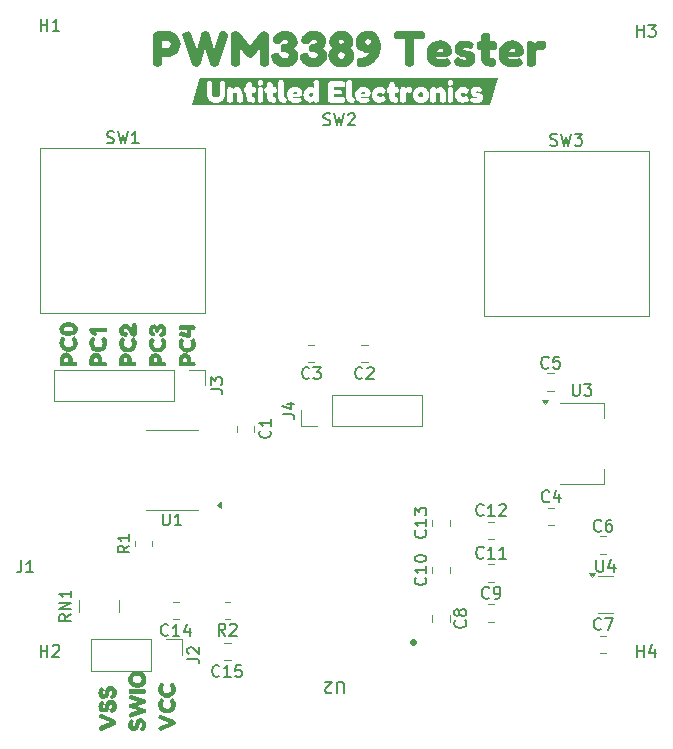
<source format=gbr>
%TF.GenerationSoftware,KiCad,Pcbnew,8.0.6*%
%TF.CreationDate,2024-12-31T08:05:46-06:00*%
%TF.ProjectId,003Ball,30303342-616c-46c2-9e6b-696361645f70,rev?*%
%TF.SameCoordinates,Original*%
%TF.FileFunction,Legend,Top*%
%TF.FilePolarity,Positive*%
%FSLAX46Y46*%
G04 Gerber Fmt 4.6, Leading zero omitted, Abs format (unit mm)*
G04 Created by KiCad (PCBNEW 8.0.6) date 2024-12-31 08:05:46*
%MOMM*%
%LPD*%
G01*
G04 APERTURE LIST*
%ADD10C,0.150000*%
%ADD11C,0.000000*%
%ADD12C,0.120000*%
%ADD13C,0.310000*%
G04 APERTURE END LIST*
D10*
X201288095Y-77054819D02*
X201288095Y-77864342D01*
X201288095Y-77864342D02*
X201335714Y-77959580D01*
X201335714Y-77959580D02*
X201383333Y-78007200D01*
X201383333Y-78007200D02*
X201478571Y-78054819D01*
X201478571Y-78054819D02*
X201669047Y-78054819D01*
X201669047Y-78054819D02*
X201764285Y-78007200D01*
X201764285Y-78007200D02*
X201811904Y-77959580D01*
X201811904Y-77959580D02*
X201859523Y-77864342D01*
X201859523Y-77864342D02*
X201859523Y-77054819D01*
X202764285Y-77388152D02*
X202764285Y-78054819D01*
X202526190Y-77007200D02*
X202288095Y-77721485D01*
X202288095Y-77721485D02*
X202907142Y-77721485D01*
X199300595Y-62154819D02*
X199300595Y-62964342D01*
X199300595Y-62964342D02*
X199348214Y-63059580D01*
X199348214Y-63059580D02*
X199395833Y-63107200D01*
X199395833Y-63107200D02*
X199491071Y-63154819D01*
X199491071Y-63154819D02*
X199681547Y-63154819D01*
X199681547Y-63154819D02*
X199776785Y-63107200D01*
X199776785Y-63107200D02*
X199824404Y-63059580D01*
X199824404Y-63059580D02*
X199872023Y-62964342D01*
X199872023Y-62964342D02*
X199872023Y-62154819D01*
X200252976Y-62154819D02*
X200872023Y-62154819D01*
X200872023Y-62154819D02*
X200538690Y-62535771D01*
X200538690Y-62535771D02*
X200681547Y-62535771D01*
X200681547Y-62535771D02*
X200776785Y-62583390D01*
X200776785Y-62583390D02*
X200824404Y-62631009D01*
X200824404Y-62631009D02*
X200872023Y-62726247D01*
X200872023Y-62726247D02*
X200872023Y-62964342D01*
X200872023Y-62964342D02*
X200824404Y-63059580D01*
X200824404Y-63059580D02*
X200776785Y-63107200D01*
X200776785Y-63107200D02*
X200681547Y-63154819D01*
X200681547Y-63154819D02*
X200395833Y-63154819D01*
X200395833Y-63154819D02*
X200300595Y-63107200D01*
X200300595Y-63107200D02*
X200252976Y-63059580D01*
X179881904Y-88365180D02*
X179881904Y-87555657D01*
X179881904Y-87555657D02*
X179834285Y-87460419D01*
X179834285Y-87460419D02*
X179786666Y-87412800D01*
X179786666Y-87412800D02*
X179691428Y-87365180D01*
X179691428Y-87365180D02*
X179500952Y-87365180D01*
X179500952Y-87365180D02*
X179405714Y-87412800D01*
X179405714Y-87412800D02*
X179358095Y-87460419D01*
X179358095Y-87460419D02*
X179310476Y-87555657D01*
X179310476Y-87555657D02*
X179310476Y-88365180D01*
X178881904Y-88269942D02*
X178834285Y-88317561D01*
X178834285Y-88317561D02*
X178739047Y-88365180D01*
X178739047Y-88365180D02*
X178500952Y-88365180D01*
X178500952Y-88365180D02*
X178405714Y-88317561D01*
X178405714Y-88317561D02*
X178358095Y-88269942D01*
X178358095Y-88269942D02*
X178310476Y-88174704D01*
X178310476Y-88174704D02*
X178310476Y-88079466D01*
X178310476Y-88079466D02*
X178358095Y-87936609D01*
X178358095Y-87936609D02*
X178929523Y-87365180D01*
X178929523Y-87365180D02*
X178310476Y-87365180D01*
X164575595Y-73129819D02*
X164575595Y-73939342D01*
X164575595Y-73939342D02*
X164623214Y-74034580D01*
X164623214Y-74034580D02*
X164670833Y-74082200D01*
X164670833Y-74082200D02*
X164766071Y-74129819D01*
X164766071Y-74129819D02*
X164956547Y-74129819D01*
X164956547Y-74129819D02*
X165051785Y-74082200D01*
X165051785Y-74082200D02*
X165099404Y-74034580D01*
X165099404Y-74034580D02*
X165147023Y-73939342D01*
X165147023Y-73939342D02*
X165147023Y-73129819D01*
X166147023Y-74129819D02*
X165575595Y-74129819D01*
X165861309Y-74129819D02*
X165861309Y-73129819D01*
X165861309Y-73129819D02*
X165766071Y-73272676D01*
X165766071Y-73272676D02*
X165670833Y-73367914D01*
X165670833Y-73367914D02*
X165575595Y-73415533D01*
X197386667Y-41933200D02*
X197529524Y-41980819D01*
X197529524Y-41980819D02*
X197767619Y-41980819D01*
X197767619Y-41980819D02*
X197862857Y-41933200D01*
X197862857Y-41933200D02*
X197910476Y-41885580D01*
X197910476Y-41885580D02*
X197958095Y-41790342D01*
X197958095Y-41790342D02*
X197958095Y-41695104D01*
X197958095Y-41695104D02*
X197910476Y-41599866D01*
X197910476Y-41599866D02*
X197862857Y-41552247D01*
X197862857Y-41552247D02*
X197767619Y-41504628D01*
X197767619Y-41504628D02*
X197577143Y-41457009D01*
X197577143Y-41457009D02*
X197481905Y-41409390D01*
X197481905Y-41409390D02*
X197434286Y-41361771D01*
X197434286Y-41361771D02*
X197386667Y-41266533D01*
X197386667Y-41266533D02*
X197386667Y-41171295D01*
X197386667Y-41171295D02*
X197434286Y-41076057D01*
X197434286Y-41076057D02*
X197481905Y-41028438D01*
X197481905Y-41028438D02*
X197577143Y-40980819D01*
X197577143Y-40980819D02*
X197815238Y-40980819D01*
X197815238Y-40980819D02*
X197958095Y-41028438D01*
X198291429Y-40980819D02*
X198529524Y-41980819D01*
X198529524Y-41980819D02*
X198720000Y-41266533D01*
X198720000Y-41266533D02*
X198910476Y-41980819D01*
X198910476Y-41980819D02*
X199148572Y-40980819D01*
X199434286Y-40980819D02*
X200053333Y-40980819D01*
X200053333Y-40980819D02*
X199720000Y-41361771D01*
X199720000Y-41361771D02*
X199862857Y-41361771D01*
X199862857Y-41361771D02*
X199958095Y-41409390D01*
X199958095Y-41409390D02*
X200005714Y-41457009D01*
X200005714Y-41457009D02*
X200053333Y-41552247D01*
X200053333Y-41552247D02*
X200053333Y-41790342D01*
X200053333Y-41790342D02*
X200005714Y-41885580D01*
X200005714Y-41885580D02*
X199958095Y-41933200D01*
X199958095Y-41933200D02*
X199862857Y-41980819D01*
X199862857Y-41980819D02*
X199577143Y-41980819D01*
X199577143Y-41980819D02*
X199481905Y-41933200D01*
X199481905Y-41933200D02*
X199434286Y-41885580D01*
X178181667Y-40207200D02*
X178324524Y-40254819D01*
X178324524Y-40254819D02*
X178562619Y-40254819D01*
X178562619Y-40254819D02*
X178657857Y-40207200D01*
X178657857Y-40207200D02*
X178705476Y-40159580D01*
X178705476Y-40159580D02*
X178753095Y-40064342D01*
X178753095Y-40064342D02*
X178753095Y-39969104D01*
X178753095Y-39969104D02*
X178705476Y-39873866D01*
X178705476Y-39873866D02*
X178657857Y-39826247D01*
X178657857Y-39826247D02*
X178562619Y-39778628D01*
X178562619Y-39778628D02*
X178372143Y-39731009D01*
X178372143Y-39731009D02*
X178276905Y-39683390D01*
X178276905Y-39683390D02*
X178229286Y-39635771D01*
X178229286Y-39635771D02*
X178181667Y-39540533D01*
X178181667Y-39540533D02*
X178181667Y-39445295D01*
X178181667Y-39445295D02*
X178229286Y-39350057D01*
X178229286Y-39350057D02*
X178276905Y-39302438D01*
X178276905Y-39302438D02*
X178372143Y-39254819D01*
X178372143Y-39254819D02*
X178610238Y-39254819D01*
X178610238Y-39254819D02*
X178753095Y-39302438D01*
X179086429Y-39254819D02*
X179324524Y-40254819D01*
X179324524Y-40254819D02*
X179515000Y-39540533D01*
X179515000Y-39540533D02*
X179705476Y-40254819D01*
X179705476Y-40254819D02*
X179943572Y-39254819D01*
X180276905Y-39350057D02*
X180324524Y-39302438D01*
X180324524Y-39302438D02*
X180419762Y-39254819D01*
X180419762Y-39254819D02*
X180657857Y-39254819D01*
X180657857Y-39254819D02*
X180753095Y-39302438D01*
X180753095Y-39302438D02*
X180800714Y-39350057D01*
X180800714Y-39350057D02*
X180848333Y-39445295D01*
X180848333Y-39445295D02*
X180848333Y-39540533D01*
X180848333Y-39540533D02*
X180800714Y-39683390D01*
X180800714Y-39683390D02*
X180229286Y-40254819D01*
X180229286Y-40254819D02*
X180848333Y-40254819D01*
X159866667Y-41733200D02*
X160009524Y-41780819D01*
X160009524Y-41780819D02*
X160247619Y-41780819D01*
X160247619Y-41780819D02*
X160342857Y-41733200D01*
X160342857Y-41733200D02*
X160390476Y-41685580D01*
X160390476Y-41685580D02*
X160438095Y-41590342D01*
X160438095Y-41590342D02*
X160438095Y-41495104D01*
X160438095Y-41495104D02*
X160390476Y-41399866D01*
X160390476Y-41399866D02*
X160342857Y-41352247D01*
X160342857Y-41352247D02*
X160247619Y-41304628D01*
X160247619Y-41304628D02*
X160057143Y-41257009D01*
X160057143Y-41257009D02*
X159961905Y-41209390D01*
X159961905Y-41209390D02*
X159914286Y-41161771D01*
X159914286Y-41161771D02*
X159866667Y-41066533D01*
X159866667Y-41066533D02*
X159866667Y-40971295D01*
X159866667Y-40971295D02*
X159914286Y-40876057D01*
X159914286Y-40876057D02*
X159961905Y-40828438D01*
X159961905Y-40828438D02*
X160057143Y-40780819D01*
X160057143Y-40780819D02*
X160295238Y-40780819D01*
X160295238Y-40780819D02*
X160438095Y-40828438D01*
X160771429Y-40780819D02*
X161009524Y-41780819D01*
X161009524Y-41780819D02*
X161200000Y-41066533D01*
X161200000Y-41066533D02*
X161390476Y-41780819D01*
X161390476Y-41780819D02*
X161628572Y-40780819D01*
X162533333Y-41780819D02*
X161961905Y-41780819D01*
X162247619Y-41780819D02*
X162247619Y-40780819D01*
X162247619Y-40780819D02*
X162152381Y-40923676D01*
X162152381Y-40923676D02*
X162057143Y-41018914D01*
X162057143Y-41018914D02*
X161961905Y-41066533D01*
X156807319Y-81665476D02*
X156331128Y-81998809D01*
X156807319Y-82236904D02*
X155807319Y-82236904D01*
X155807319Y-82236904D02*
X155807319Y-81855952D01*
X155807319Y-81855952D02*
X155854938Y-81760714D01*
X155854938Y-81760714D02*
X155902557Y-81713095D01*
X155902557Y-81713095D02*
X155997795Y-81665476D01*
X155997795Y-81665476D02*
X156140652Y-81665476D01*
X156140652Y-81665476D02*
X156235890Y-81713095D01*
X156235890Y-81713095D02*
X156283509Y-81760714D01*
X156283509Y-81760714D02*
X156331128Y-81855952D01*
X156331128Y-81855952D02*
X156331128Y-82236904D01*
X156807319Y-81236904D02*
X155807319Y-81236904D01*
X155807319Y-81236904D02*
X156807319Y-80665476D01*
X156807319Y-80665476D02*
X155807319Y-80665476D01*
X156807319Y-79665476D02*
X156807319Y-80236904D01*
X156807319Y-79951190D02*
X155807319Y-79951190D01*
X155807319Y-79951190D02*
X155950176Y-80046428D01*
X155950176Y-80046428D02*
X156045414Y-80141666D01*
X156045414Y-80141666D02*
X156093033Y-80236904D01*
X169870833Y-83469819D02*
X169537500Y-82993628D01*
X169299405Y-83469819D02*
X169299405Y-82469819D01*
X169299405Y-82469819D02*
X169680357Y-82469819D01*
X169680357Y-82469819D02*
X169775595Y-82517438D01*
X169775595Y-82517438D02*
X169823214Y-82565057D01*
X169823214Y-82565057D02*
X169870833Y-82660295D01*
X169870833Y-82660295D02*
X169870833Y-82803152D01*
X169870833Y-82803152D02*
X169823214Y-82898390D01*
X169823214Y-82898390D02*
X169775595Y-82946009D01*
X169775595Y-82946009D02*
X169680357Y-82993628D01*
X169680357Y-82993628D02*
X169299405Y-82993628D01*
X170251786Y-82565057D02*
X170299405Y-82517438D01*
X170299405Y-82517438D02*
X170394643Y-82469819D01*
X170394643Y-82469819D02*
X170632738Y-82469819D01*
X170632738Y-82469819D02*
X170727976Y-82517438D01*
X170727976Y-82517438D02*
X170775595Y-82565057D01*
X170775595Y-82565057D02*
X170823214Y-82660295D01*
X170823214Y-82660295D02*
X170823214Y-82755533D01*
X170823214Y-82755533D02*
X170775595Y-82898390D01*
X170775595Y-82898390D02*
X170204167Y-83469819D01*
X170204167Y-83469819D02*
X170823214Y-83469819D01*
X161757319Y-75841666D02*
X161281128Y-76174999D01*
X161757319Y-76413094D02*
X160757319Y-76413094D01*
X160757319Y-76413094D02*
X160757319Y-76032142D01*
X160757319Y-76032142D02*
X160804938Y-75936904D01*
X160804938Y-75936904D02*
X160852557Y-75889285D01*
X160852557Y-75889285D02*
X160947795Y-75841666D01*
X160947795Y-75841666D02*
X161090652Y-75841666D01*
X161090652Y-75841666D02*
X161185890Y-75889285D01*
X161185890Y-75889285D02*
X161233509Y-75936904D01*
X161233509Y-75936904D02*
X161281128Y-76032142D01*
X161281128Y-76032142D02*
X161281128Y-76413094D01*
X161757319Y-74889285D02*
X161757319Y-75460713D01*
X161757319Y-75174999D02*
X160757319Y-75174999D01*
X160757319Y-75174999D02*
X160900176Y-75270237D01*
X160900176Y-75270237D02*
X160995414Y-75365475D01*
X160995414Y-75365475D02*
X161043033Y-75460713D01*
X174724819Y-64733333D02*
X175439104Y-64733333D01*
X175439104Y-64733333D02*
X175581961Y-64780952D01*
X175581961Y-64780952D02*
X175677200Y-64876190D01*
X175677200Y-64876190D02*
X175724819Y-65019047D01*
X175724819Y-65019047D02*
X175724819Y-65114285D01*
X175058152Y-63828571D02*
X175724819Y-63828571D01*
X174677200Y-64066666D02*
X175391485Y-64304761D01*
X175391485Y-64304761D02*
X175391485Y-63685714D01*
X168617319Y-62608333D02*
X169331604Y-62608333D01*
X169331604Y-62608333D02*
X169474461Y-62655952D01*
X169474461Y-62655952D02*
X169569700Y-62751190D01*
X169569700Y-62751190D02*
X169617319Y-62894047D01*
X169617319Y-62894047D02*
X169617319Y-62989285D01*
X168617319Y-62227380D02*
X168617319Y-61608333D01*
X168617319Y-61608333D02*
X168998271Y-61941666D01*
X168998271Y-61941666D02*
X168998271Y-61798809D01*
X168998271Y-61798809D02*
X169045890Y-61703571D01*
X169045890Y-61703571D02*
X169093509Y-61655952D01*
X169093509Y-61655952D02*
X169188747Y-61608333D01*
X169188747Y-61608333D02*
X169426842Y-61608333D01*
X169426842Y-61608333D02*
X169522080Y-61655952D01*
X169522080Y-61655952D02*
X169569700Y-61703571D01*
X169569700Y-61703571D02*
X169617319Y-61798809D01*
X169617319Y-61798809D02*
X169617319Y-62084523D01*
X169617319Y-62084523D02*
X169569700Y-62179761D01*
X169569700Y-62179761D02*
X169522080Y-62227380D01*
X166664819Y-85433333D02*
X167379104Y-85433333D01*
X167379104Y-85433333D02*
X167521961Y-85480952D01*
X167521961Y-85480952D02*
X167617200Y-85576190D01*
X167617200Y-85576190D02*
X167664819Y-85719047D01*
X167664819Y-85719047D02*
X167664819Y-85814285D01*
X166760057Y-85004761D02*
X166712438Y-84957142D01*
X166712438Y-84957142D02*
X166664819Y-84861904D01*
X166664819Y-84861904D02*
X166664819Y-84623809D01*
X166664819Y-84623809D02*
X166712438Y-84528571D01*
X166712438Y-84528571D02*
X166760057Y-84480952D01*
X166760057Y-84480952D02*
X166855295Y-84433333D01*
X166855295Y-84433333D02*
X166950533Y-84433333D01*
X166950533Y-84433333D02*
X167093390Y-84480952D01*
X167093390Y-84480952D02*
X167664819Y-85052380D01*
X167664819Y-85052380D02*
X167664819Y-84433333D01*
X152606666Y-77104819D02*
X152606666Y-77819104D01*
X152606666Y-77819104D02*
X152559047Y-77961961D01*
X152559047Y-77961961D02*
X152463809Y-78057200D01*
X152463809Y-78057200D02*
X152320952Y-78104819D01*
X152320952Y-78104819D02*
X152225714Y-78104819D01*
X153606666Y-78104819D02*
X153035238Y-78104819D01*
X153320952Y-78104819D02*
X153320952Y-77104819D01*
X153320952Y-77104819D02*
X153225714Y-77247676D01*
X153225714Y-77247676D02*
X153130476Y-77342914D01*
X153130476Y-77342914D02*
X153035238Y-77390533D01*
X204738095Y-85254819D02*
X204738095Y-84254819D01*
X204738095Y-84731009D02*
X205309523Y-84731009D01*
X205309523Y-85254819D02*
X205309523Y-84254819D01*
X206214285Y-84588152D02*
X206214285Y-85254819D01*
X205976190Y-84207200D02*
X205738095Y-84921485D01*
X205738095Y-84921485D02*
X206357142Y-84921485D01*
X204738095Y-32754819D02*
X204738095Y-31754819D01*
X204738095Y-32231009D02*
X205309523Y-32231009D01*
X205309523Y-32754819D02*
X205309523Y-31754819D01*
X205690476Y-31754819D02*
X206309523Y-31754819D01*
X206309523Y-31754819D02*
X205976190Y-32135771D01*
X205976190Y-32135771D02*
X206119047Y-32135771D01*
X206119047Y-32135771D02*
X206214285Y-32183390D01*
X206214285Y-32183390D02*
X206261904Y-32231009D01*
X206261904Y-32231009D02*
X206309523Y-32326247D01*
X206309523Y-32326247D02*
X206309523Y-32564342D01*
X206309523Y-32564342D02*
X206261904Y-32659580D01*
X206261904Y-32659580D02*
X206214285Y-32707200D01*
X206214285Y-32707200D02*
X206119047Y-32754819D01*
X206119047Y-32754819D02*
X205833333Y-32754819D01*
X205833333Y-32754819D02*
X205738095Y-32707200D01*
X205738095Y-32707200D02*
X205690476Y-32659580D01*
X154238095Y-85254819D02*
X154238095Y-84254819D01*
X154238095Y-84731009D02*
X154809523Y-84731009D01*
X154809523Y-85254819D02*
X154809523Y-84254819D01*
X155238095Y-84350057D02*
X155285714Y-84302438D01*
X155285714Y-84302438D02*
X155380952Y-84254819D01*
X155380952Y-84254819D02*
X155619047Y-84254819D01*
X155619047Y-84254819D02*
X155714285Y-84302438D01*
X155714285Y-84302438D02*
X155761904Y-84350057D01*
X155761904Y-84350057D02*
X155809523Y-84445295D01*
X155809523Y-84445295D02*
X155809523Y-84540533D01*
X155809523Y-84540533D02*
X155761904Y-84683390D01*
X155761904Y-84683390D02*
X155190476Y-85254819D01*
X155190476Y-85254819D02*
X155809523Y-85254819D01*
X154238095Y-32254819D02*
X154238095Y-31254819D01*
X154238095Y-31731009D02*
X154809523Y-31731009D01*
X154809523Y-32254819D02*
X154809523Y-31254819D01*
X155809523Y-32254819D02*
X155238095Y-32254819D01*
X155523809Y-32254819D02*
X155523809Y-31254819D01*
X155523809Y-31254819D02*
X155428571Y-31397676D01*
X155428571Y-31397676D02*
X155333333Y-31492914D01*
X155333333Y-31492914D02*
X155238095Y-31540533D01*
X169357142Y-86859580D02*
X169309523Y-86907200D01*
X169309523Y-86907200D02*
X169166666Y-86954819D01*
X169166666Y-86954819D02*
X169071428Y-86954819D01*
X169071428Y-86954819D02*
X168928571Y-86907200D01*
X168928571Y-86907200D02*
X168833333Y-86811961D01*
X168833333Y-86811961D02*
X168785714Y-86716723D01*
X168785714Y-86716723D02*
X168738095Y-86526247D01*
X168738095Y-86526247D02*
X168738095Y-86383390D01*
X168738095Y-86383390D02*
X168785714Y-86192914D01*
X168785714Y-86192914D02*
X168833333Y-86097676D01*
X168833333Y-86097676D02*
X168928571Y-86002438D01*
X168928571Y-86002438D02*
X169071428Y-85954819D01*
X169071428Y-85954819D02*
X169166666Y-85954819D01*
X169166666Y-85954819D02*
X169309523Y-86002438D01*
X169309523Y-86002438D02*
X169357142Y-86050057D01*
X170309523Y-86954819D02*
X169738095Y-86954819D01*
X170023809Y-86954819D02*
X170023809Y-85954819D01*
X170023809Y-85954819D02*
X169928571Y-86097676D01*
X169928571Y-86097676D02*
X169833333Y-86192914D01*
X169833333Y-86192914D02*
X169738095Y-86240533D01*
X171214285Y-85954819D02*
X170738095Y-85954819D01*
X170738095Y-85954819D02*
X170690476Y-86431009D01*
X170690476Y-86431009D02*
X170738095Y-86383390D01*
X170738095Y-86383390D02*
X170833333Y-86335771D01*
X170833333Y-86335771D02*
X171071428Y-86335771D01*
X171071428Y-86335771D02*
X171166666Y-86383390D01*
X171166666Y-86383390D02*
X171214285Y-86431009D01*
X171214285Y-86431009D02*
X171261904Y-86526247D01*
X171261904Y-86526247D02*
X171261904Y-86764342D01*
X171261904Y-86764342D02*
X171214285Y-86859580D01*
X171214285Y-86859580D02*
X171166666Y-86907200D01*
X171166666Y-86907200D02*
X171071428Y-86954819D01*
X171071428Y-86954819D02*
X170833333Y-86954819D01*
X170833333Y-86954819D02*
X170738095Y-86907200D01*
X170738095Y-86907200D02*
X170690476Y-86859580D01*
X165032142Y-83404580D02*
X164984523Y-83452200D01*
X164984523Y-83452200D02*
X164841666Y-83499819D01*
X164841666Y-83499819D02*
X164746428Y-83499819D01*
X164746428Y-83499819D02*
X164603571Y-83452200D01*
X164603571Y-83452200D02*
X164508333Y-83356961D01*
X164508333Y-83356961D02*
X164460714Y-83261723D01*
X164460714Y-83261723D02*
X164413095Y-83071247D01*
X164413095Y-83071247D02*
X164413095Y-82928390D01*
X164413095Y-82928390D02*
X164460714Y-82737914D01*
X164460714Y-82737914D02*
X164508333Y-82642676D01*
X164508333Y-82642676D02*
X164603571Y-82547438D01*
X164603571Y-82547438D02*
X164746428Y-82499819D01*
X164746428Y-82499819D02*
X164841666Y-82499819D01*
X164841666Y-82499819D02*
X164984523Y-82547438D01*
X164984523Y-82547438D02*
X165032142Y-82595057D01*
X165984523Y-83499819D02*
X165413095Y-83499819D01*
X165698809Y-83499819D02*
X165698809Y-82499819D01*
X165698809Y-82499819D02*
X165603571Y-82642676D01*
X165603571Y-82642676D02*
X165508333Y-82737914D01*
X165508333Y-82737914D02*
X165413095Y-82785533D01*
X166841666Y-82833152D02*
X166841666Y-83499819D01*
X166603571Y-82452200D02*
X166365476Y-83166485D01*
X166365476Y-83166485D02*
X166984523Y-83166485D01*
X186804580Y-74557857D02*
X186852200Y-74605476D01*
X186852200Y-74605476D02*
X186899819Y-74748333D01*
X186899819Y-74748333D02*
X186899819Y-74843571D01*
X186899819Y-74843571D02*
X186852200Y-74986428D01*
X186852200Y-74986428D02*
X186756961Y-75081666D01*
X186756961Y-75081666D02*
X186661723Y-75129285D01*
X186661723Y-75129285D02*
X186471247Y-75176904D01*
X186471247Y-75176904D02*
X186328390Y-75176904D01*
X186328390Y-75176904D02*
X186137914Y-75129285D01*
X186137914Y-75129285D02*
X186042676Y-75081666D01*
X186042676Y-75081666D02*
X185947438Y-74986428D01*
X185947438Y-74986428D02*
X185899819Y-74843571D01*
X185899819Y-74843571D02*
X185899819Y-74748333D01*
X185899819Y-74748333D02*
X185947438Y-74605476D01*
X185947438Y-74605476D02*
X185995057Y-74557857D01*
X186899819Y-73605476D02*
X186899819Y-74176904D01*
X186899819Y-73891190D02*
X185899819Y-73891190D01*
X185899819Y-73891190D02*
X186042676Y-73986428D01*
X186042676Y-73986428D02*
X186137914Y-74081666D01*
X186137914Y-74081666D02*
X186185533Y-74176904D01*
X185899819Y-73272142D02*
X185899819Y-72653095D01*
X185899819Y-72653095D02*
X186280771Y-72986428D01*
X186280771Y-72986428D02*
X186280771Y-72843571D01*
X186280771Y-72843571D02*
X186328390Y-72748333D01*
X186328390Y-72748333D02*
X186376009Y-72700714D01*
X186376009Y-72700714D02*
X186471247Y-72653095D01*
X186471247Y-72653095D02*
X186709342Y-72653095D01*
X186709342Y-72653095D02*
X186804580Y-72700714D01*
X186804580Y-72700714D02*
X186852200Y-72748333D01*
X186852200Y-72748333D02*
X186899819Y-72843571D01*
X186899819Y-72843571D02*
X186899819Y-73129285D01*
X186899819Y-73129285D02*
X186852200Y-73224523D01*
X186852200Y-73224523D02*
X186804580Y-73272142D01*
X191732142Y-73244580D02*
X191684523Y-73292200D01*
X191684523Y-73292200D02*
X191541666Y-73339819D01*
X191541666Y-73339819D02*
X191446428Y-73339819D01*
X191446428Y-73339819D02*
X191303571Y-73292200D01*
X191303571Y-73292200D02*
X191208333Y-73196961D01*
X191208333Y-73196961D02*
X191160714Y-73101723D01*
X191160714Y-73101723D02*
X191113095Y-72911247D01*
X191113095Y-72911247D02*
X191113095Y-72768390D01*
X191113095Y-72768390D02*
X191160714Y-72577914D01*
X191160714Y-72577914D02*
X191208333Y-72482676D01*
X191208333Y-72482676D02*
X191303571Y-72387438D01*
X191303571Y-72387438D02*
X191446428Y-72339819D01*
X191446428Y-72339819D02*
X191541666Y-72339819D01*
X191541666Y-72339819D02*
X191684523Y-72387438D01*
X191684523Y-72387438D02*
X191732142Y-72435057D01*
X192684523Y-73339819D02*
X192113095Y-73339819D01*
X192398809Y-73339819D02*
X192398809Y-72339819D01*
X192398809Y-72339819D02*
X192303571Y-72482676D01*
X192303571Y-72482676D02*
X192208333Y-72577914D01*
X192208333Y-72577914D02*
X192113095Y-72625533D01*
X193065476Y-72435057D02*
X193113095Y-72387438D01*
X193113095Y-72387438D02*
X193208333Y-72339819D01*
X193208333Y-72339819D02*
X193446428Y-72339819D01*
X193446428Y-72339819D02*
X193541666Y-72387438D01*
X193541666Y-72387438D02*
X193589285Y-72435057D01*
X193589285Y-72435057D02*
X193636904Y-72530295D01*
X193636904Y-72530295D02*
X193636904Y-72625533D01*
X193636904Y-72625533D02*
X193589285Y-72768390D01*
X193589285Y-72768390D02*
X193017857Y-73339819D01*
X193017857Y-73339819D02*
X193636904Y-73339819D01*
X191732142Y-76844580D02*
X191684523Y-76892200D01*
X191684523Y-76892200D02*
X191541666Y-76939819D01*
X191541666Y-76939819D02*
X191446428Y-76939819D01*
X191446428Y-76939819D02*
X191303571Y-76892200D01*
X191303571Y-76892200D02*
X191208333Y-76796961D01*
X191208333Y-76796961D02*
X191160714Y-76701723D01*
X191160714Y-76701723D02*
X191113095Y-76511247D01*
X191113095Y-76511247D02*
X191113095Y-76368390D01*
X191113095Y-76368390D02*
X191160714Y-76177914D01*
X191160714Y-76177914D02*
X191208333Y-76082676D01*
X191208333Y-76082676D02*
X191303571Y-75987438D01*
X191303571Y-75987438D02*
X191446428Y-75939819D01*
X191446428Y-75939819D02*
X191541666Y-75939819D01*
X191541666Y-75939819D02*
X191684523Y-75987438D01*
X191684523Y-75987438D02*
X191732142Y-76035057D01*
X192684523Y-76939819D02*
X192113095Y-76939819D01*
X192398809Y-76939819D02*
X192398809Y-75939819D01*
X192398809Y-75939819D02*
X192303571Y-76082676D01*
X192303571Y-76082676D02*
X192208333Y-76177914D01*
X192208333Y-76177914D02*
X192113095Y-76225533D01*
X193636904Y-76939819D02*
X193065476Y-76939819D01*
X193351190Y-76939819D02*
X193351190Y-75939819D01*
X193351190Y-75939819D02*
X193255952Y-76082676D01*
X193255952Y-76082676D02*
X193160714Y-76177914D01*
X193160714Y-76177914D02*
X193065476Y-76225533D01*
X186804580Y-78557857D02*
X186852200Y-78605476D01*
X186852200Y-78605476D02*
X186899819Y-78748333D01*
X186899819Y-78748333D02*
X186899819Y-78843571D01*
X186899819Y-78843571D02*
X186852200Y-78986428D01*
X186852200Y-78986428D02*
X186756961Y-79081666D01*
X186756961Y-79081666D02*
X186661723Y-79129285D01*
X186661723Y-79129285D02*
X186471247Y-79176904D01*
X186471247Y-79176904D02*
X186328390Y-79176904D01*
X186328390Y-79176904D02*
X186137914Y-79129285D01*
X186137914Y-79129285D02*
X186042676Y-79081666D01*
X186042676Y-79081666D02*
X185947438Y-78986428D01*
X185947438Y-78986428D02*
X185899819Y-78843571D01*
X185899819Y-78843571D02*
X185899819Y-78748333D01*
X185899819Y-78748333D02*
X185947438Y-78605476D01*
X185947438Y-78605476D02*
X185995057Y-78557857D01*
X186899819Y-77605476D02*
X186899819Y-78176904D01*
X186899819Y-77891190D02*
X185899819Y-77891190D01*
X185899819Y-77891190D02*
X186042676Y-77986428D01*
X186042676Y-77986428D02*
X186137914Y-78081666D01*
X186137914Y-78081666D02*
X186185533Y-78176904D01*
X185899819Y-76986428D02*
X185899819Y-76891190D01*
X185899819Y-76891190D02*
X185947438Y-76795952D01*
X185947438Y-76795952D02*
X185995057Y-76748333D01*
X185995057Y-76748333D02*
X186090295Y-76700714D01*
X186090295Y-76700714D02*
X186280771Y-76653095D01*
X186280771Y-76653095D02*
X186518866Y-76653095D01*
X186518866Y-76653095D02*
X186709342Y-76700714D01*
X186709342Y-76700714D02*
X186804580Y-76748333D01*
X186804580Y-76748333D02*
X186852200Y-76795952D01*
X186852200Y-76795952D02*
X186899819Y-76891190D01*
X186899819Y-76891190D02*
X186899819Y-76986428D01*
X186899819Y-76986428D02*
X186852200Y-77081666D01*
X186852200Y-77081666D02*
X186804580Y-77129285D01*
X186804580Y-77129285D02*
X186709342Y-77176904D01*
X186709342Y-77176904D02*
X186518866Y-77224523D01*
X186518866Y-77224523D02*
X186280771Y-77224523D01*
X186280771Y-77224523D02*
X186090295Y-77176904D01*
X186090295Y-77176904D02*
X185995057Y-77129285D01*
X185995057Y-77129285D02*
X185947438Y-77081666D01*
X185947438Y-77081666D02*
X185899819Y-76986428D01*
X192208333Y-80244580D02*
X192160714Y-80292200D01*
X192160714Y-80292200D02*
X192017857Y-80339819D01*
X192017857Y-80339819D02*
X191922619Y-80339819D01*
X191922619Y-80339819D02*
X191779762Y-80292200D01*
X191779762Y-80292200D02*
X191684524Y-80196961D01*
X191684524Y-80196961D02*
X191636905Y-80101723D01*
X191636905Y-80101723D02*
X191589286Y-79911247D01*
X191589286Y-79911247D02*
X191589286Y-79768390D01*
X191589286Y-79768390D02*
X191636905Y-79577914D01*
X191636905Y-79577914D02*
X191684524Y-79482676D01*
X191684524Y-79482676D02*
X191779762Y-79387438D01*
X191779762Y-79387438D02*
X191922619Y-79339819D01*
X191922619Y-79339819D02*
X192017857Y-79339819D01*
X192017857Y-79339819D02*
X192160714Y-79387438D01*
X192160714Y-79387438D02*
X192208333Y-79435057D01*
X192684524Y-80339819D02*
X192875000Y-80339819D01*
X192875000Y-80339819D02*
X192970238Y-80292200D01*
X192970238Y-80292200D02*
X193017857Y-80244580D01*
X193017857Y-80244580D02*
X193113095Y-80101723D01*
X193113095Y-80101723D02*
X193160714Y-79911247D01*
X193160714Y-79911247D02*
X193160714Y-79530295D01*
X193160714Y-79530295D02*
X193113095Y-79435057D01*
X193113095Y-79435057D02*
X193065476Y-79387438D01*
X193065476Y-79387438D02*
X192970238Y-79339819D01*
X192970238Y-79339819D02*
X192779762Y-79339819D01*
X192779762Y-79339819D02*
X192684524Y-79387438D01*
X192684524Y-79387438D02*
X192636905Y-79435057D01*
X192636905Y-79435057D02*
X192589286Y-79530295D01*
X192589286Y-79530295D02*
X192589286Y-79768390D01*
X192589286Y-79768390D02*
X192636905Y-79863628D01*
X192636905Y-79863628D02*
X192684524Y-79911247D01*
X192684524Y-79911247D02*
X192779762Y-79958866D01*
X192779762Y-79958866D02*
X192970238Y-79958866D01*
X192970238Y-79958866D02*
X193065476Y-79911247D01*
X193065476Y-79911247D02*
X193113095Y-79863628D01*
X193113095Y-79863628D02*
X193160714Y-79768390D01*
X190164580Y-82181666D02*
X190212200Y-82229285D01*
X190212200Y-82229285D02*
X190259819Y-82372142D01*
X190259819Y-82372142D02*
X190259819Y-82467380D01*
X190259819Y-82467380D02*
X190212200Y-82610237D01*
X190212200Y-82610237D02*
X190116961Y-82705475D01*
X190116961Y-82705475D02*
X190021723Y-82753094D01*
X190021723Y-82753094D02*
X189831247Y-82800713D01*
X189831247Y-82800713D02*
X189688390Y-82800713D01*
X189688390Y-82800713D02*
X189497914Y-82753094D01*
X189497914Y-82753094D02*
X189402676Y-82705475D01*
X189402676Y-82705475D02*
X189307438Y-82610237D01*
X189307438Y-82610237D02*
X189259819Y-82467380D01*
X189259819Y-82467380D02*
X189259819Y-82372142D01*
X189259819Y-82372142D02*
X189307438Y-82229285D01*
X189307438Y-82229285D02*
X189355057Y-82181666D01*
X189688390Y-81610237D02*
X189640771Y-81705475D01*
X189640771Y-81705475D02*
X189593152Y-81753094D01*
X189593152Y-81753094D02*
X189497914Y-81800713D01*
X189497914Y-81800713D02*
X189450295Y-81800713D01*
X189450295Y-81800713D02*
X189355057Y-81753094D01*
X189355057Y-81753094D02*
X189307438Y-81705475D01*
X189307438Y-81705475D02*
X189259819Y-81610237D01*
X189259819Y-81610237D02*
X189259819Y-81419761D01*
X189259819Y-81419761D02*
X189307438Y-81324523D01*
X189307438Y-81324523D02*
X189355057Y-81276904D01*
X189355057Y-81276904D02*
X189450295Y-81229285D01*
X189450295Y-81229285D02*
X189497914Y-81229285D01*
X189497914Y-81229285D02*
X189593152Y-81276904D01*
X189593152Y-81276904D02*
X189640771Y-81324523D01*
X189640771Y-81324523D02*
X189688390Y-81419761D01*
X189688390Y-81419761D02*
X189688390Y-81610237D01*
X189688390Y-81610237D02*
X189736009Y-81705475D01*
X189736009Y-81705475D02*
X189783628Y-81753094D01*
X189783628Y-81753094D02*
X189878866Y-81800713D01*
X189878866Y-81800713D02*
X190069342Y-81800713D01*
X190069342Y-81800713D02*
X190164580Y-81753094D01*
X190164580Y-81753094D02*
X190212200Y-81705475D01*
X190212200Y-81705475D02*
X190259819Y-81610237D01*
X190259819Y-81610237D02*
X190259819Y-81419761D01*
X190259819Y-81419761D02*
X190212200Y-81324523D01*
X190212200Y-81324523D02*
X190164580Y-81276904D01*
X190164580Y-81276904D02*
X190069342Y-81229285D01*
X190069342Y-81229285D02*
X189878866Y-81229285D01*
X189878866Y-81229285D02*
X189783628Y-81276904D01*
X189783628Y-81276904D02*
X189736009Y-81324523D01*
X189736009Y-81324523D02*
X189688390Y-81419761D01*
X201683333Y-82879580D02*
X201635714Y-82927200D01*
X201635714Y-82927200D02*
X201492857Y-82974819D01*
X201492857Y-82974819D02*
X201397619Y-82974819D01*
X201397619Y-82974819D02*
X201254762Y-82927200D01*
X201254762Y-82927200D02*
X201159524Y-82831961D01*
X201159524Y-82831961D02*
X201111905Y-82736723D01*
X201111905Y-82736723D02*
X201064286Y-82546247D01*
X201064286Y-82546247D02*
X201064286Y-82403390D01*
X201064286Y-82403390D02*
X201111905Y-82212914D01*
X201111905Y-82212914D02*
X201159524Y-82117676D01*
X201159524Y-82117676D02*
X201254762Y-82022438D01*
X201254762Y-82022438D02*
X201397619Y-81974819D01*
X201397619Y-81974819D02*
X201492857Y-81974819D01*
X201492857Y-81974819D02*
X201635714Y-82022438D01*
X201635714Y-82022438D02*
X201683333Y-82070057D01*
X202016667Y-81974819D02*
X202683333Y-81974819D01*
X202683333Y-81974819D02*
X202254762Y-82974819D01*
X201683333Y-74559580D02*
X201635714Y-74607200D01*
X201635714Y-74607200D02*
X201492857Y-74654819D01*
X201492857Y-74654819D02*
X201397619Y-74654819D01*
X201397619Y-74654819D02*
X201254762Y-74607200D01*
X201254762Y-74607200D02*
X201159524Y-74511961D01*
X201159524Y-74511961D02*
X201111905Y-74416723D01*
X201111905Y-74416723D02*
X201064286Y-74226247D01*
X201064286Y-74226247D02*
X201064286Y-74083390D01*
X201064286Y-74083390D02*
X201111905Y-73892914D01*
X201111905Y-73892914D02*
X201159524Y-73797676D01*
X201159524Y-73797676D02*
X201254762Y-73702438D01*
X201254762Y-73702438D02*
X201397619Y-73654819D01*
X201397619Y-73654819D02*
X201492857Y-73654819D01*
X201492857Y-73654819D02*
X201635714Y-73702438D01*
X201635714Y-73702438D02*
X201683333Y-73750057D01*
X202540476Y-73654819D02*
X202350000Y-73654819D01*
X202350000Y-73654819D02*
X202254762Y-73702438D01*
X202254762Y-73702438D02*
X202207143Y-73750057D01*
X202207143Y-73750057D02*
X202111905Y-73892914D01*
X202111905Y-73892914D02*
X202064286Y-74083390D01*
X202064286Y-74083390D02*
X202064286Y-74464342D01*
X202064286Y-74464342D02*
X202111905Y-74559580D01*
X202111905Y-74559580D02*
X202159524Y-74607200D01*
X202159524Y-74607200D02*
X202254762Y-74654819D01*
X202254762Y-74654819D02*
X202445238Y-74654819D01*
X202445238Y-74654819D02*
X202540476Y-74607200D01*
X202540476Y-74607200D02*
X202588095Y-74559580D01*
X202588095Y-74559580D02*
X202635714Y-74464342D01*
X202635714Y-74464342D02*
X202635714Y-74226247D01*
X202635714Y-74226247D02*
X202588095Y-74131009D01*
X202588095Y-74131009D02*
X202540476Y-74083390D01*
X202540476Y-74083390D02*
X202445238Y-74035771D01*
X202445238Y-74035771D02*
X202254762Y-74035771D01*
X202254762Y-74035771D02*
X202159524Y-74083390D01*
X202159524Y-74083390D02*
X202111905Y-74131009D01*
X202111905Y-74131009D02*
X202064286Y-74226247D01*
X197233333Y-60759580D02*
X197185714Y-60807200D01*
X197185714Y-60807200D02*
X197042857Y-60854819D01*
X197042857Y-60854819D02*
X196947619Y-60854819D01*
X196947619Y-60854819D02*
X196804762Y-60807200D01*
X196804762Y-60807200D02*
X196709524Y-60711961D01*
X196709524Y-60711961D02*
X196661905Y-60616723D01*
X196661905Y-60616723D02*
X196614286Y-60426247D01*
X196614286Y-60426247D02*
X196614286Y-60283390D01*
X196614286Y-60283390D02*
X196661905Y-60092914D01*
X196661905Y-60092914D02*
X196709524Y-59997676D01*
X196709524Y-59997676D02*
X196804762Y-59902438D01*
X196804762Y-59902438D02*
X196947619Y-59854819D01*
X196947619Y-59854819D02*
X197042857Y-59854819D01*
X197042857Y-59854819D02*
X197185714Y-59902438D01*
X197185714Y-59902438D02*
X197233333Y-59950057D01*
X198138095Y-59854819D02*
X197661905Y-59854819D01*
X197661905Y-59854819D02*
X197614286Y-60331009D01*
X197614286Y-60331009D02*
X197661905Y-60283390D01*
X197661905Y-60283390D02*
X197757143Y-60235771D01*
X197757143Y-60235771D02*
X197995238Y-60235771D01*
X197995238Y-60235771D02*
X198090476Y-60283390D01*
X198090476Y-60283390D02*
X198138095Y-60331009D01*
X198138095Y-60331009D02*
X198185714Y-60426247D01*
X198185714Y-60426247D02*
X198185714Y-60664342D01*
X198185714Y-60664342D02*
X198138095Y-60759580D01*
X198138095Y-60759580D02*
X198090476Y-60807200D01*
X198090476Y-60807200D02*
X197995238Y-60854819D01*
X197995238Y-60854819D02*
X197757143Y-60854819D01*
X197757143Y-60854819D02*
X197661905Y-60807200D01*
X197661905Y-60807200D02*
X197614286Y-60759580D01*
X197283333Y-72079580D02*
X197235714Y-72127200D01*
X197235714Y-72127200D02*
X197092857Y-72174819D01*
X197092857Y-72174819D02*
X196997619Y-72174819D01*
X196997619Y-72174819D02*
X196854762Y-72127200D01*
X196854762Y-72127200D02*
X196759524Y-72031961D01*
X196759524Y-72031961D02*
X196711905Y-71936723D01*
X196711905Y-71936723D02*
X196664286Y-71746247D01*
X196664286Y-71746247D02*
X196664286Y-71603390D01*
X196664286Y-71603390D02*
X196711905Y-71412914D01*
X196711905Y-71412914D02*
X196759524Y-71317676D01*
X196759524Y-71317676D02*
X196854762Y-71222438D01*
X196854762Y-71222438D02*
X196997619Y-71174819D01*
X196997619Y-71174819D02*
X197092857Y-71174819D01*
X197092857Y-71174819D02*
X197235714Y-71222438D01*
X197235714Y-71222438D02*
X197283333Y-71270057D01*
X198140476Y-71508152D02*
X198140476Y-72174819D01*
X197902381Y-71127200D02*
X197664286Y-71841485D01*
X197664286Y-71841485D02*
X198283333Y-71841485D01*
X176983333Y-61639580D02*
X176935714Y-61687200D01*
X176935714Y-61687200D02*
X176792857Y-61734819D01*
X176792857Y-61734819D02*
X176697619Y-61734819D01*
X176697619Y-61734819D02*
X176554762Y-61687200D01*
X176554762Y-61687200D02*
X176459524Y-61591961D01*
X176459524Y-61591961D02*
X176411905Y-61496723D01*
X176411905Y-61496723D02*
X176364286Y-61306247D01*
X176364286Y-61306247D02*
X176364286Y-61163390D01*
X176364286Y-61163390D02*
X176411905Y-60972914D01*
X176411905Y-60972914D02*
X176459524Y-60877676D01*
X176459524Y-60877676D02*
X176554762Y-60782438D01*
X176554762Y-60782438D02*
X176697619Y-60734819D01*
X176697619Y-60734819D02*
X176792857Y-60734819D01*
X176792857Y-60734819D02*
X176935714Y-60782438D01*
X176935714Y-60782438D02*
X176983333Y-60830057D01*
X177316667Y-60734819D02*
X177935714Y-60734819D01*
X177935714Y-60734819D02*
X177602381Y-61115771D01*
X177602381Y-61115771D02*
X177745238Y-61115771D01*
X177745238Y-61115771D02*
X177840476Y-61163390D01*
X177840476Y-61163390D02*
X177888095Y-61211009D01*
X177888095Y-61211009D02*
X177935714Y-61306247D01*
X177935714Y-61306247D02*
X177935714Y-61544342D01*
X177935714Y-61544342D02*
X177888095Y-61639580D01*
X177888095Y-61639580D02*
X177840476Y-61687200D01*
X177840476Y-61687200D02*
X177745238Y-61734819D01*
X177745238Y-61734819D02*
X177459524Y-61734819D01*
X177459524Y-61734819D02*
X177364286Y-61687200D01*
X177364286Y-61687200D02*
X177316667Y-61639580D01*
X181483333Y-61639580D02*
X181435714Y-61687200D01*
X181435714Y-61687200D02*
X181292857Y-61734819D01*
X181292857Y-61734819D02*
X181197619Y-61734819D01*
X181197619Y-61734819D02*
X181054762Y-61687200D01*
X181054762Y-61687200D02*
X180959524Y-61591961D01*
X180959524Y-61591961D02*
X180911905Y-61496723D01*
X180911905Y-61496723D02*
X180864286Y-61306247D01*
X180864286Y-61306247D02*
X180864286Y-61163390D01*
X180864286Y-61163390D02*
X180911905Y-60972914D01*
X180911905Y-60972914D02*
X180959524Y-60877676D01*
X180959524Y-60877676D02*
X181054762Y-60782438D01*
X181054762Y-60782438D02*
X181197619Y-60734819D01*
X181197619Y-60734819D02*
X181292857Y-60734819D01*
X181292857Y-60734819D02*
X181435714Y-60782438D01*
X181435714Y-60782438D02*
X181483333Y-60830057D01*
X181864286Y-60830057D02*
X181911905Y-60782438D01*
X181911905Y-60782438D02*
X182007143Y-60734819D01*
X182007143Y-60734819D02*
X182245238Y-60734819D01*
X182245238Y-60734819D02*
X182340476Y-60782438D01*
X182340476Y-60782438D02*
X182388095Y-60830057D01*
X182388095Y-60830057D02*
X182435714Y-60925295D01*
X182435714Y-60925295D02*
X182435714Y-61020533D01*
X182435714Y-61020533D02*
X182388095Y-61163390D01*
X182388095Y-61163390D02*
X181816667Y-61734819D01*
X181816667Y-61734819D02*
X182435714Y-61734819D01*
X173639580Y-66116666D02*
X173687200Y-66164285D01*
X173687200Y-66164285D02*
X173734819Y-66307142D01*
X173734819Y-66307142D02*
X173734819Y-66402380D01*
X173734819Y-66402380D02*
X173687200Y-66545237D01*
X173687200Y-66545237D02*
X173591961Y-66640475D01*
X173591961Y-66640475D02*
X173496723Y-66688094D01*
X173496723Y-66688094D02*
X173306247Y-66735713D01*
X173306247Y-66735713D02*
X173163390Y-66735713D01*
X173163390Y-66735713D02*
X172972914Y-66688094D01*
X172972914Y-66688094D02*
X172877676Y-66640475D01*
X172877676Y-66640475D02*
X172782438Y-66545237D01*
X172782438Y-66545237D02*
X172734819Y-66402380D01*
X172734819Y-66402380D02*
X172734819Y-66307142D01*
X172734819Y-66307142D02*
X172782438Y-66164285D01*
X172782438Y-66164285D02*
X172830057Y-66116666D01*
X173734819Y-65164285D02*
X173734819Y-65735713D01*
X173734819Y-65449999D02*
X172734819Y-65449999D01*
X172734819Y-65449999D02*
X172877676Y-65545237D01*
X172877676Y-65545237D02*
X172972914Y-65640475D01*
X172972914Y-65640475D02*
X173020533Y-65735713D01*
D11*
%TO.C,kibuzzard-67733C4A*%
G36*
X192251931Y-38580258D02*
G01*
X191715451Y-38580258D01*
X191118026Y-38580258D01*
X189997854Y-38580258D01*
X188934335Y-38580258D01*
X188306009Y-38580258D01*
X186439056Y-38580258D01*
X184914592Y-38580258D01*
X184278541Y-38580258D01*
X182944635Y-38580258D01*
X181569528Y-38580258D01*
X180650215Y-38580258D01*
X178806438Y-38580258D01*
X177560086Y-38580258D01*
X175806438Y-38580258D01*
X174887124Y-38580258D01*
X173936910Y-38580258D01*
X172834764Y-38580258D01*
X172185837Y-38580258D01*
X171101717Y-38580258D01*
X169077682Y-38580258D01*
X168284549Y-38580258D01*
X167748069Y-38580258D01*
X167039914Y-38580258D01*
X167583262Y-36769099D01*
X168284549Y-36769099D01*
X168284549Y-37490129D01*
X168297425Y-37645923D01*
X168336052Y-37799142D01*
X168398820Y-37945279D01*
X168484120Y-38079828D01*
X168595172Y-38196030D01*
X168735193Y-38287124D01*
X168898069Y-38346030D01*
X169077682Y-38365665D01*
X169257618Y-38346352D01*
X169421459Y-38288412D01*
X169562768Y-38198605D01*
X169675107Y-38083691D01*
X169761695Y-37950107D01*
X169825751Y-37804292D01*
X169865343Y-37651073D01*
X169878541Y-37495279D01*
X169878541Y-37253219D01*
X170027897Y-37253219D01*
X170027897Y-38100429D01*
X170031760Y-38189270D01*
X170056223Y-38258798D01*
X170127039Y-38316738D01*
X170259657Y-38334764D01*
X170393562Y-38316738D01*
X170465665Y-38258798D01*
X170490129Y-38189270D01*
X170493991Y-38103004D01*
X170493991Y-37680687D01*
X170545494Y-37545494D01*
X170681974Y-37495279D01*
X170817167Y-37544206D01*
X170864807Y-37680687D01*
X170864807Y-38100429D01*
X170868670Y-38186695D01*
X170893133Y-38257511D01*
X170965236Y-38316738D01*
X171101717Y-38334764D01*
X171236910Y-38316738D01*
X171307725Y-38258798D01*
X171332189Y-38189270D01*
X171336052Y-38103004D01*
X171336052Y-37680687D01*
X171320887Y-37501574D01*
X171275393Y-37345351D01*
X171230323Y-37266094D01*
X171433906Y-37266094D01*
X171468670Y-37436052D01*
X171588412Y-37492704D01*
X171652790Y-37492704D01*
X171652790Y-37819742D01*
X171667239Y-37981116D01*
X171710587Y-38111588D01*
X171782833Y-38211159D01*
X171885408Y-38281259D01*
X172019742Y-38323319D01*
X172185837Y-38337339D01*
X172269528Y-38333476D01*
X172340343Y-38309013D01*
X172400858Y-38238197D01*
X172420172Y-38105579D01*
X172404721Y-37987124D01*
X172353219Y-37924034D01*
X172283691Y-37899571D01*
X172188412Y-37894421D01*
X172133047Y-37873820D01*
X172118884Y-37796567D01*
X172118884Y-37497854D01*
X172252790Y-37500429D01*
X172340343Y-37493991D01*
X172411159Y-37466953D01*
X172467811Y-37396137D01*
X172487124Y-37268670D01*
X172486487Y-37263519D01*
X172603004Y-37263519D01*
X172603004Y-38103004D01*
X172606867Y-38191845D01*
X172631330Y-38261373D01*
X172702146Y-38319313D01*
X172834764Y-38337339D01*
X172969957Y-38319313D01*
X173040773Y-38261373D01*
X173065236Y-38193133D01*
X173069099Y-38105579D01*
X173069099Y-37268670D01*
X173068987Y-37266094D01*
X173184979Y-37266094D01*
X173219742Y-37436052D01*
X173339485Y-37492704D01*
X173403863Y-37492704D01*
X173403863Y-37819742D01*
X173418312Y-37981116D01*
X173461660Y-38111588D01*
X173533906Y-38211159D01*
X173636481Y-38281259D01*
X173770815Y-38323319D01*
X173936910Y-38337339D01*
X174020601Y-38333476D01*
X174091416Y-38309013D01*
X174151931Y-38238197D01*
X174171245Y-38105579D01*
X174155794Y-37987124D01*
X174104292Y-37924034D01*
X174034764Y-37899571D01*
X173939485Y-37894421D01*
X173884120Y-37873820D01*
X173869957Y-37796567D01*
X173869957Y-37497854D01*
X174003863Y-37500429D01*
X174091416Y-37493991D01*
X174162232Y-37466953D01*
X174218884Y-37396137D01*
X174238197Y-37268670D01*
X174224034Y-37154077D01*
X174190558Y-37083262D01*
X174135193Y-37047210D01*
X174074678Y-37033047D01*
X174006438Y-37031760D01*
X173869957Y-37036910D01*
X173869957Y-36830901D01*
X173864807Y-36744635D01*
X173839056Y-36672532D01*
X173834336Y-36668670D01*
X174354077Y-36668670D01*
X174354077Y-37809442D01*
X174360515Y-37966845D01*
X174379828Y-38088841D01*
X174475107Y-38248498D01*
X174634764Y-38320601D01*
X174742918Y-38333155D01*
X174887124Y-38337339D01*
X174943777Y-38333476D01*
X174993991Y-38310300D01*
X175037768Y-38239485D01*
X175051931Y-38105579D01*
X175037768Y-37979399D01*
X174993991Y-37912446D01*
X174943777Y-37890558D01*
X174889700Y-37886695D01*
X174829185Y-37872532D01*
X174820172Y-37781116D01*
X174820172Y-37688412D01*
X175103433Y-37688412D01*
X175113412Y-37805579D01*
X175143348Y-37920172D01*
X175192918Y-38030901D01*
X175261803Y-38136481D01*
X175356116Y-38229506D01*
X175481974Y-38302575D01*
X175633906Y-38349893D01*
X175806438Y-38365665D01*
X176040773Y-38351019D01*
X176208155Y-38307082D01*
X176308584Y-38233852D01*
X176342060Y-38131330D01*
X176308584Y-38012876D01*
X176239056Y-37920172D01*
X176154077Y-37889270D01*
X176035622Y-37922747D01*
X175827039Y-37956223D01*
X175675107Y-37920172D01*
X175597854Y-37822318D01*
X176146352Y-37822318D01*
X176250966Y-37802682D01*
X176333047Y-37743777D01*
X176369775Y-37678112D01*
X176481116Y-37678112D01*
X176501288Y-37843205D01*
X176561803Y-37995136D01*
X176662661Y-38133906D01*
X176789270Y-38244063D01*
X176927039Y-38310157D01*
X177075966Y-38332189D01*
X177224034Y-38309013D01*
X177348927Y-38239485D01*
X177422318Y-38310944D01*
X177560086Y-38334764D01*
X177692704Y-38316738D01*
X177763519Y-38257511D01*
X177787983Y-38186695D01*
X177791845Y-38100429D01*
X177791845Y-36769099D01*
X178572103Y-36769099D01*
X178572103Y-38100429D01*
X178575966Y-38189270D01*
X178600429Y-38260086D01*
X178672532Y-38319313D01*
X178806438Y-38337339D01*
X179754077Y-38337339D01*
X179842918Y-38333476D01*
X179913734Y-38309013D01*
X179972961Y-38236910D01*
X179990987Y-38103004D01*
X179972961Y-37966524D01*
X179915021Y-37894421D01*
X179845494Y-37869957D01*
X179756652Y-37866094D01*
X179043348Y-37866094D01*
X179043348Y-37636910D01*
X179514592Y-37636910D01*
X179599571Y-37633047D01*
X179663948Y-37612446D01*
X179714163Y-37553219D01*
X179728326Y-37438627D01*
X179714163Y-37321459D01*
X179665236Y-37259657D01*
X179603433Y-37239056D01*
X179519742Y-37235193D01*
X179043348Y-37235193D01*
X179043348Y-37006009D01*
X179754077Y-37006009D01*
X179842918Y-37002146D01*
X179913734Y-36977682D01*
X179972961Y-36905579D01*
X179990987Y-36771674D01*
X179977383Y-36668670D01*
X180117167Y-36668670D01*
X180117167Y-37809442D01*
X180123605Y-37966845D01*
X180142918Y-38088841D01*
X180238197Y-38248498D01*
X180397854Y-38320601D01*
X180506009Y-38333155D01*
X180650215Y-38337339D01*
X180706867Y-38333476D01*
X180757082Y-38310300D01*
X180800858Y-38239485D01*
X180815021Y-38105579D01*
X180800858Y-37979399D01*
X180757082Y-37912446D01*
X180706867Y-37890558D01*
X180652790Y-37886695D01*
X180592275Y-37872532D01*
X180583262Y-37781116D01*
X180583262Y-37688412D01*
X180866524Y-37688412D01*
X180876502Y-37805579D01*
X180906438Y-37920172D01*
X180956009Y-38030901D01*
X181024893Y-38136481D01*
X181119206Y-38229506D01*
X181245064Y-38302575D01*
X181396996Y-38349893D01*
X181569528Y-38365665D01*
X181803863Y-38351019D01*
X181971245Y-38307082D01*
X182071674Y-38233852D01*
X182105150Y-38131330D01*
X182071674Y-38012876D01*
X182002146Y-37920172D01*
X181917167Y-37889270D01*
X181798712Y-37922747D01*
X181590129Y-37956223D01*
X181438197Y-37920172D01*
X181360944Y-37822318D01*
X181909442Y-37822318D01*
X182014056Y-37802682D01*
X182096137Y-37743777D01*
X182132865Y-37678112D01*
X182269957Y-37678112D01*
X182286052Y-37831009D01*
X182334335Y-37970386D01*
X182408369Y-38089807D01*
X182501717Y-38182833D01*
X182607618Y-38253648D01*
X182719313Y-38306438D01*
X182832940Y-38339270D01*
X182944635Y-38350215D01*
X183119742Y-38325107D01*
X183294850Y-38249785D01*
X183406724Y-38149070D01*
X183433333Y-38039199D01*
X183374678Y-37920172D01*
X183271030Y-37817811D01*
X183181545Y-37783691D01*
X183047639Y-37840343D01*
X182934335Y-37873820D01*
X182804292Y-37817167D01*
X182748927Y-37680687D01*
X182805579Y-37545494D01*
X182939485Y-37490129D01*
X183069528Y-37536481D01*
X183196996Y-37582833D01*
X183289700Y-37547425D01*
X183382403Y-37441202D01*
X183436481Y-37294421D01*
X183427511Y-37266094D01*
X183526609Y-37266094D01*
X183561373Y-37436052D01*
X183681116Y-37492704D01*
X183745494Y-37492704D01*
X183745494Y-37819742D01*
X183759943Y-37981116D01*
X183803290Y-38111588D01*
X183875536Y-38211159D01*
X183978112Y-38281259D01*
X184112446Y-38323319D01*
X184278541Y-38337339D01*
X184362232Y-38333476D01*
X184433047Y-38309013D01*
X184493562Y-38238197D01*
X184512876Y-38105579D01*
X184497425Y-37987124D01*
X184445923Y-37924034D01*
X184376395Y-37899571D01*
X184281116Y-37894421D01*
X184225751Y-37873820D01*
X184211588Y-37796567D01*
X184211588Y-37497854D01*
X184345494Y-37500429D01*
X184433047Y-37493991D01*
X184503863Y-37466953D01*
X184560515Y-37396137D01*
X184579828Y-37268670D01*
X184578873Y-37260944D01*
X184682833Y-37260944D01*
X184682833Y-38100429D01*
X184686695Y-38189270D01*
X184711159Y-38260086D01*
X184781974Y-38319313D01*
X184914592Y-38337339D01*
X185051073Y-38319313D01*
X185123176Y-38261373D01*
X185147639Y-38193133D01*
X185151502Y-38105579D01*
X185151502Y-37683262D01*
X185754077Y-37683262D01*
X185777825Y-37867668D01*
X185849070Y-38029471D01*
X185967811Y-38168670D01*
X186115165Y-38275250D01*
X186272246Y-38339199D01*
X186439056Y-38360515D01*
X186604292Y-38339628D01*
X186760086Y-38276967D01*
X186906438Y-38172532D01*
X187024464Y-38034335D01*
X187095279Y-37870386D01*
X187118884Y-37680687D01*
X187096710Y-37499857D01*
X187030186Y-37338484D01*
X186963573Y-37253219D01*
X187232189Y-37253219D01*
X187232189Y-38100429D01*
X187236052Y-38189270D01*
X187260515Y-38258798D01*
X187331330Y-38316738D01*
X187463948Y-38334764D01*
X187597854Y-38316738D01*
X187669957Y-38258798D01*
X187694421Y-38189270D01*
X187698283Y-38103004D01*
X187698283Y-37680687D01*
X187749785Y-37545494D01*
X187886266Y-37495279D01*
X188021459Y-37544206D01*
X188069099Y-37680687D01*
X188069099Y-38100429D01*
X188072961Y-38186695D01*
X188097425Y-38257511D01*
X188169528Y-38316738D01*
X188306009Y-38334764D01*
X188441202Y-38316738D01*
X188512017Y-38258798D01*
X188536481Y-38189270D01*
X188540343Y-38103004D01*
X188540343Y-37680687D01*
X188525179Y-37501574D01*
X188479685Y-37345351D01*
X188433150Y-37263519D01*
X188702575Y-37263519D01*
X188702575Y-38103004D01*
X188706438Y-38191845D01*
X188730901Y-38261373D01*
X188801717Y-38319313D01*
X188934335Y-38337339D01*
X189069528Y-38319313D01*
X189140343Y-38261373D01*
X189164807Y-38193133D01*
X189168670Y-38105579D01*
X189168670Y-37678112D01*
X189323176Y-37678112D01*
X189339270Y-37831009D01*
X189387554Y-37970386D01*
X189461588Y-38089807D01*
X189554936Y-38182833D01*
X189660837Y-38253648D01*
X189772532Y-38306438D01*
X189886159Y-38339270D01*
X189997854Y-38350215D01*
X190172961Y-38325107D01*
X190348069Y-38249785D01*
X190459943Y-38149070D01*
X190467357Y-38118455D01*
X190592704Y-38118455D01*
X190637446Y-38213090D01*
X190771674Y-38290987D01*
X190947747Y-38343133D01*
X191118026Y-38360515D01*
X191324755Y-38342695D01*
X191485545Y-38289236D01*
X191600395Y-38200137D01*
X191669305Y-38075399D01*
X191692275Y-37915021D01*
X191657511Y-37729614D01*
X191557082Y-37611159D01*
X191433476Y-37551931D01*
X191293133Y-37518455D01*
X191251931Y-37512017D01*
X191210730Y-37505579D01*
X191174678Y-37497854D01*
X191141202Y-37488841D01*
X191112876Y-37479828D01*
X191088412Y-37468240D01*
X191071674Y-37454077D01*
X191060086Y-37436052D01*
X191056223Y-37412876D01*
X191151502Y-37361373D01*
X191311159Y-37407725D01*
X191452790Y-37454077D01*
X191581545Y-37356223D01*
X191637554Y-37195279D01*
X191537768Y-37088412D01*
X191358155Y-37024678D01*
X191179828Y-37003433D01*
X191015737Y-37015021D01*
X190880544Y-37049785D01*
X190774249Y-37107725D01*
X190670923Y-37235515D01*
X190636481Y-37410300D01*
X190656277Y-37554989D01*
X190715665Y-37672318D01*
X190814646Y-37762285D01*
X190953219Y-37824893D01*
X191092275Y-37859657D01*
X191219742Y-37895708D01*
X191257082Y-37940773D01*
X191159227Y-37981974D01*
X190967382Y-37918884D01*
X190788412Y-37855794D01*
X190687983Y-37907296D01*
X190616524Y-38027039D01*
X190592704Y-38118455D01*
X190467357Y-38118455D01*
X190486552Y-38039199D01*
X190427897Y-37920172D01*
X190324249Y-37817811D01*
X190234764Y-37783691D01*
X190100858Y-37840343D01*
X189987554Y-37873820D01*
X189857511Y-37817167D01*
X189802146Y-37680687D01*
X189858798Y-37545494D01*
X189992704Y-37490129D01*
X190122747Y-37536481D01*
X190250215Y-37582833D01*
X190342918Y-37547425D01*
X190435622Y-37441202D01*
X190489700Y-37294421D01*
X190465236Y-37217167D01*
X190416309Y-37161803D01*
X190348069Y-37116738D01*
X190176824Y-37039485D01*
X189992704Y-37013734D01*
X189882940Y-37024678D01*
X189769957Y-37057511D01*
X189658584Y-37109979D01*
X189553648Y-37179828D01*
X189461266Y-37271567D01*
X189387554Y-37389700D01*
X189339270Y-37527468D01*
X189323176Y-37678112D01*
X189168670Y-37678112D01*
X189168670Y-37268670D01*
X189164807Y-37179828D01*
X189140343Y-37109013D01*
X189069528Y-37049785D01*
X188936910Y-37031760D01*
X188934335Y-37032106D01*
X188803004Y-37049785D01*
X188730901Y-37107725D01*
X188706438Y-37177253D01*
X188702575Y-37263519D01*
X188433150Y-37263519D01*
X188403863Y-37212017D01*
X188300286Y-37110443D01*
X188171531Y-37049499D01*
X188017597Y-37029185D01*
X187830901Y-37078112D01*
X187693133Y-37188841D01*
X187685408Y-37136052D01*
X187657082Y-37087124D01*
X187587554Y-37044635D01*
X187466524Y-37029185D01*
X187332618Y-37045923D01*
X187261803Y-37101288D01*
X187237339Y-37168240D01*
X187232189Y-37253219D01*
X186963573Y-37253219D01*
X186919313Y-37196567D01*
X186776681Y-37086409D01*
X186614878Y-37020315D01*
X186433906Y-36998283D01*
X186257082Y-37020744D01*
X186097425Y-37088126D01*
X185954936Y-37200429D01*
X185843348Y-37343920D01*
X185776395Y-37504864D01*
X185754077Y-37683262D01*
X185151502Y-37683262D01*
X185151502Y-37603433D01*
X185201717Y-37509442D01*
X185329185Y-37472103D01*
X185392275Y-37491416D01*
X185491416Y-37510730D01*
X185635622Y-37421888D01*
X185678112Y-37322425D01*
X185692275Y-37201717D01*
X185660086Y-37103863D01*
X185576395Y-37045923D01*
X185483691Y-37022747D01*
X185406438Y-37016309D01*
X185268670Y-37045923D01*
X185138627Y-37134764D01*
X185066524Y-37055579D01*
X184917167Y-37029185D01*
X184781974Y-37047210D01*
X184711159Y-37105150D01*
X184686695Y-37173391D01*
X184682833Y-37260944D01*
X184578873Y-37260944D01*
X184565665Y-37154077D01*
X184532189Y-37083262D01*
X184476824Y-37047210D01*
X184416309Y-37033047D01*
X184348069Y-37031760D01*
X184211588Y-37036910D01*
X184211588Y-36830901D01*
X184206438Y-36744635D01*
X184180687Y-36672532D01*
X184179114Y-36671245D01*
X188702575Y-36671245D01*
X188706438Y-36757511D01*
X188730901Y-36828326D01*
X188801717Y-36887554D01*
X188934335Y-36905579D01*
X189069528Y-36887554D01*
X189140343Y-36829614D01*
X189164807Y-36761373D01*
X189168670Y-36673820D01*
X189164807Y-36587554D01*
X189140343Y-36516738D01*
X189069528Y-36457511D01*
X188936910Y-36439485D01*
X188803004Y-36457511D01*
X188730901Y-36515451D01*
X188706438Y-36584979D01*
X188702575Y-36671245D01*
X184179114Y-36671245D01*
X184109871Y-36614592D01*
X183979828Y-36596567D01*
X183844635Y-36613305D01*
X183773820Y-36667382D01*
X183749356Y-36734335D01*
X183745494Y-36820601D01*
X183745494Y-37044635D01*
X183691416Y-37044635D01*
X183567811Y-37100000D01*
X183526609Y-37266094D01*
X183427511Y-37266094D01*
X183412017Y-37217167D01*
X183363090Y-37161803D01*
X183294850Y-37116738D01*
X183123605Y-37039485D01*
X182939485Y-37013734D01*
X182829721Y-37024678D01*
X182716738Y-37057511D01*
X182605365Y-37109979D01*
X182500429Y-37179828D01*
X182408047Y-37271567D01*
X182334335Y-37389700D01*
X182286052Y-37527468D01*
X182269957Y-37678112D01*
X182132865Y-37678112D01*
X182149249Y-37648820D01*
X182166953Y-37521030D01*
X182128648Y-37340129D01*
X182013734Y-37168240D01*
X181896567Y-37075250D01*
X181749356Y-37019456D01*
X181572103Y-37000858D01*
X181377110Y-37022175D01*
X181207582Y-37086123D01*
X181063519Y-37192704D01*
X180954077Y-37333047D01*
X180888412Y-37498283D01*
X180866524Y-37688412D01*
X180583262Y-37688412D01*
X180583262Y-36671245D01*
X180578112Y-36583691D01*
X180553648Y-36511588D01*
X180484120Y-36452361D01*
X180351502Y-36434335D01*
X180217597Y-36452361D01*
X180145494Y-36510300D01*
X180121030Y-36579828D01*
X180117167Y-36668670D01*
X179977383Y-36668670D01*
X179972961Y-36635193D01*
X179915021Y-36563090D01*
X179845494Y-36538627D01*
X179756652Y-36534764D01*
X178814163Y-36534764D01*
X178624893Y-36584979D01*
X178572103Y-36769099D01*
X177791845Y-36769099D01*
X177791845Y-36671245D01*
X177787983Y-36584979D01*
X177763519Y-36515451D01*
X177692704Y-36457511D01*
X177557511Y-36439485D01*
X177445494Y-36452361D01*
X177378541Y-36488412D01*
X177345064Y-36542489D01*
X177334764Y-36606867D01*
X177336052Y-36673820D01*
X177336052Y-37116738D01*
X177216953Y-37053004D01*
X177075966Y-37031760D01*
X176928326Y-37053791D01*
X176790987Y-37119886D01*
X176663948Y-37230043D01*
X176562375Y-37367954D01*
X176501431Y-37517310D01*
X176481116Y-37678112D01*
X176369775Y-37678112D01*
X176386159Y-37648820D01*
X176403863Y-37521030D01*
X176365558Y-37340129D01*
X176250644Y-37168240D01*
X176133476Y-37075250D01*
X175986266Y-37019456D01*
X175809013Y-37000858D01*
X175614020Y-37022175D01*
X175444492Y-37086123D01*
X175300429Y-37192704D01*
X175190987Y-37333047D01*
X175125322Y-37498283D01*
X175103433Y-37688412D01*
X174820172Y-37688412D01*
X174820172Y-36671245D01*
X174815021Y-36583691D01*
X174790558Y-36511588D01*
X174721030Y-36452361D01*
X174588412Y-36434335D01*
X174454506Y-36452361D01*
X174382403Y-36510300D01*
X174357940Y-36579828D01*
X174354077Y-36668670D01*
X173834336Y-36668670D01*
X173768240Y-36614592D01*
X173638197Y-36596567D01*
X173503004Y-36613305D01*
X173432189Y-36667382D01*
X173407725Y-36734335D01*
X173403863Y-36820601D01*
X173403863Y-37044635D01*
X173349785Y-37044635D01*
X173226180Y-37100000D01*
X173184979Y-37266094D01*
X173068987Y-37266094D01*
X173065236Y-37179828D01*
X173040773Y-37109013D01*
X172969957Y-37049785D01*
X172837339Y-37031760D01*
X172834764Y-37032106D01*
X172703433Y-37049785D01*
X172631330Y-37107725D01*
X172606867Y-37177253D01*
X172603004Y-37263519D01*
X172486487Y-37263519D01*
X172472961Y-37154077D01*
X172439485Y-37083262D01*
X172384120Y-37047210D01*
X172323605Y-37033047D01*
X172255365Y-37031760D01*
X172118884Y-37036910D01*
X172118884Y-36830901D01*
X172113734Y-36744635D01*
X172087983Y-36672532D01*
X172086410Y-36671245D01*
X172603004Y-36671245D01*
X172606867Y-36757511D01*
X172631330Y-36828326D01*
X172702146Y-36887554D01*
X172834764Y-36905579D01*
X172969957Y-36887554D01*
X173040773Y-36829614D01*
X173065236Y-36761373D01*
X173069099Y-36673820D01*
X173065236Y-36587554D01*
X173040773Y-36516738D01*
X172969957Y-36457511D01*
X172837339Y-36439485D01*
X172703433Y-36457511D01*
X172631330Y-36515451D01*
X172606867Y-36584979D01*
X172603004Y-36671245D01*
X172086410Y-36671245D01*
X172017167Y-36614592D01*
X171887124Y-36596567D01*
X171751931Y-36613305D01*
X171681116Y-36667382D01*
X171656652Y-36734335D01*
X171652790Y-36820601D01*
X171652790Y-37044635D01*
X171598712Y-37044635D01*
X171475107Y-37100000D01*
X171433906Y-37266094D01*
X171230323Y-37266094D01*
X171199571Y-37212017D01*
X171095994Y-37110443D01*
X170967239Y-37049499D01*
X170813305Y-37029185D01*
X170626609Y-37078112D01*
X170488841Y-37188841D01*
X170481116Y-37136052D01*
X170452790Y-37087124D01*
X170383262Y-37044635D01*
X170262232Y-37029185D01*
X170128326Y-37045923D01*
X170057511Y-37101288D01*
X170033047Y-37168240D01*
X170027897Y-37253219D01*
X169878541Y-37253219D01*
X169878541Y-36771674D01*
X169874678Y-36682833D01*
X169850215Y-36610730D01*
X169778112Y-36550215D01*
X169644206Y-36532189D01*
X169510300Y-36550215D01*
X169438197Y-36605579D01*
X169412446Y-36672532D01*
X169407296Y-36756223D01*
X169407296Y-37487554D01*
X169385408Y-37652361D01*
X169319742Y-37781116D01*
X169217382Y-37864163D01*
X169085408Y-37891845D01*
X168975322Y-37874785D01*
X168887124Y-37823605D01*
X168784120Y-37671674D01*
X168758369Y-37490129D01*
X168758369Y-36771674D01*
X168753219Y-36680258D01*
X168727468Y-36608155D01*
X168656652Y-36550215D01*
X168521459Y-36532189D01*
X168384979Y-36550215D01*
X168312876Y-36609442D01*
X168288412Y-36680258D01*
X168284549Y-36769099D01*
X167583262Y-36769099D01*
X167748069Y-36219742D01*
X168284549Y-36219742D01*
X191715451Y-36219742D01*
X192251931Y-36219742D01*
X192960086Y-36219742D01*
X192251931Y-38580258D01*
G37*
G36*
X186588412Y-37526180D02*
G01*
X186647639Y-37678112D01*
X186578112Y-37837768D01*
X186433906Y-37889270D01*
X186292275Y-37837768D01*
X186225322Y-37680687D01*
X186285837Y-37530043D01*
X186431330Y-37469528D01*
X186588412Y-37526180D01*
G37*
G36*
X177266524Y-37551931D02*
G01*
X177320601Y-37683262D01*
X177266524Y-37813305D01*
X177137768Y-37868670D01*
X177006438Y-37813305D01*
X176949785Y-37683262D01*
X177003863Y-37551931D01*
X177135193Y-37497854D01*
X177266524Y-37551931D01*
G37*
G36*
X181677682Y-37442489D02*
G01*
X181718884Y-37518455D01*
X181649356Y-37580258D01*
X181360944Y-37580258D01*
X181421459Y-37465665D01*
X181566953Y-37415451D01*
X181677682Y-37442489D01*
G37*
G36*
X175914592Y-37442489D02*
G01*
X175955794Y-37518455D01*
X175886266Y-37580258D01*
X175597854Y-37580258D01*
X175658369Y-37465665D01*
X175803863Y-37415451D01*
X175914592Y-37442489D01*
G37*
%TO.C,kibuzzard-67733C22*%
G36*
X156218392Y-58186421D02*
G01*
X156305301Y-58266893D01*
X156334271Y-58340927D01*
X156284915Y-58456807D01*
X156275258Y-58470755D01*
X156263456Y-58488996D01*
X156251653Y-58509382D01*
X156240924Y-58538352D01*
X156232340Y-58572687D01*
X156224829Y-58615605D01*
X156222683Y-58667107D01*
X156244143Y-58789425D01*
X156307447Y-58910669D01*
X156424400Y-59006163D01*
X156504872Y-59033524D01*
X156596074Y-59042644D01*
X156713295Y-59026281D01*
X156811739Y-58977193D01*
X156887115Y-58907719D01*
X156935130Y-58830197D01*
X156969464Y-58667107D01*
X156951761Y-58553910D01*
X156898649Y-58446077D01*
X156855731Y-58338781D01*
X156886310Y-58265820D01*
X156978048Y-58188566D01*
X157102512Y-58141356D01*
X157180838Y-58171399D01*
X157246289Y-58259382D01*
X157313051Y-58386707D01*
X157353108Y-58519754D01*
X157366460Y-58658524D01*
X157360022Y-58749457D01*
X157340709Y-58846292D01*
X157306106Y-58947687D01*
X157253799Y-59052300D01*
X157186203Y-59152890D01*
X157105731Y-59242215D01*
X157006750Y-59318663D01*
X156883628Y-59380627D01*
X156741460Y-59421667D01*
X156585344Y-59435348D01*
X156435130Y-59421936D01*
X156297791Y-59381700D01*
X156178424Y-59320541D01*
X156082125Y-59244360D01*
X156003799Y-59155036D01*
X155938349Y-59054446D01*
X155887651Y-58949296D01*
X155853585Y-58846292D01*
X155834271Y-58746775D01*
X155827834Y-58652086D01*
X155841186Y-58524284D01*
X155881243Y-58392668D01*
X155948005Y-58257236D01*
X155988778Y-58199296D01*
X156033842Y-58159597D01*
X156098220Y-58139210D01*
X156218392Y-58186421D01*
G37*
G36*
X158737256Y-58221708D02*
G01*
X158822966Y-58301069D01*
X158851536Y-58374081D01*
X158802861Y-58488361D01*
X158793338Y-58502117D01*
X158781698Y-58520105D01*
X158770059Y-58540210D01*
X158759477Y-58568780D01*
X158751012Y-58602641D01*
X158743605Y-58644967D01*
X158741489Y-58695758D01*
X158762652Y-58816386D01*
X158825082Y-58935957D01*
X158940420Y-59030132D01*
X159109724Y-59066109D01*
X159225327Y-59049972D01*
X159322412Y-59001562D01*
X159396746Y-58933047D01*
X159444099Y-58856596D01*
X159477959Y-58695758D01*
X159460500Y-58584123D01*
X159408122Y-58477779D01*
X159365796Y-58371965D01*
X159395953Y-58300011D01*
X159486424Y-58223824D01*
X159609170Y-58177265D01*
X159686414Y-58206894D01*
X159750961Y-58293662D01*
X159816802Y-58419228D01*
X159856306Y-58550439D01*
X159869474Y-58687292D01*
X159863125Y-58776970D01*
X159844078Y-58872468D01*
X159809953Y-58972463D01*
X159758368Y-59075633D01*
X159691705Y-59174834D01*
X159612344Y-59262925D01*
X159514730Y-59338318D01*
X159393308Y-59399426D01*
X159253103Y-59439900D01*
X159099143Y-59453391D01*
X158951002Y-59440164D01*
X158815559Y-59400484D01*
X158697840Y-59340169D01*
X158602871Y-59265041D01*
X158525627Y-59176950D01*
X158461080Y-59077749D01*
X158411082Y-58974050D01*
X158377486Y-58872468D01*
X158358439Y-58774325D01*
X158352091Y-58680944D01*
X158365259Y-58554906D01*
X158404763Y-58425107D01*
X158470603Y-58291545D01*
X158510813Y-58234405D01*
X158555255Y-58195254D01*
X158618744Y-58175149D01*
X158737256Y-58221708D01*
G37*
G36*
X161255704Y-58256034D02*
G01*
X161340247Y-58334314D01*
X161368428Y-58406332D01*
X161320416Y-58519055D01*
X161311022Y-58532624D01*
X161299541Y-58550367D01*
X161288060Y-58570198D01*
X161277623Y-58598379D01*
X161269273Y-58631779D01*
X161261967Y-58673528D01*
X161259879Y-58723628D01*
X161280754Y-58842614D01*
X161342335Y-58960556D01*
X161456102Y-59053448D01*
X161623100Y-59088936D01*
X161737128Y-59073019D01*
X161832891Y-59025268D01*
X161906213Y-58957686D01*
X161952921Y-58882276D01*
X161986320Y-58723628D01*
X161969098Y-58613513D01*
X161917434Y-58508618D01*
X161875684Y-58404244D01*
X161905431Y-58333270D01*
X161994670Y-58258121D01*
X162115744Y-58212197D01*
X162191936Y-58241421D01*
X162255604Y-58327008D01*
X162320548Y-58450864D01*
X162359514Y-58580288D01*
X162372503Y-58715278D01*
X162366240Y-58803734D01*
X162347453Y-58897932D01*
X162313793Y-58996565D01*
X162262910Y-59098329D01*
X162197155Y-59196179D01*
X162118875Y-59283071D01*
X162022590Y-59357437D01*
X161902821Y-59417713D01*
X161764526Y-59457636D01*
X161612662Y-59470943D01*
X161466539Y-59457896D01*
X161332941Y-59418756D01*
X161216825Y-59359263D01*
X161123150Y-59285158D01*
X161046957Y-59198267D01*
X160983289Y-59100417D01*
X160933973Y-58998130D01*
X160900834Y-58897932D01*
X160882047Y-58801125D01*
X160875784Y-58709015D01*
X160888773Y-58584695D01*
X160927739Y-58456663D01*
X160992683Y-58324920D01*
X161032345Y-58268558D01*
X161076182Y-58229940D01*
X161138806Y-58210109D01*
X161255704Y-58256034D01*
G37*
G36*
X157363778Y-57611850D02*
G01*
X157336417Y-57714318D01*
X157292694Y-57802032D01*
X157234486Y-57872043D01*
X157092855Y-57977193D01*
X157012383Y-58015551D01*
X156923327Y-58042644D01*
X156752726Y-58072687D01*
X156596074Y-58081270D01*
X156505945Y-58078588D01*
X156415816Y-58070541D01*
X156320323Y-58053105D01*
X156214100Y-58022257D01*
X156109486Y-57979071D01*
X156018821Y-57924618D01*
X155941836Y-57852193D01*
X155878263Y-57755090D01*
X155835613Y-57637064D01*
X155821622Y-57504017D01*
X156214100Y-57504017D01*
X156238107Y-57584757D01*
X156310130Y-57642429D01*
X156430167Y-57677032D01*
X156598220Y-57688566D01*
X156764395Y-57677166D01*
X156883091Y-57642966D01*
X156954309Y-57585965D01*
X156978048Y-57506163D01*
X156949078Y-57417107D01*
X156883628Y-57362386D01*
X156787061Y-57334489D01*
X156692640Y-57322687D01*
X156606804Y-57321614D01*
X156596074Y-57321614D01*
X156428960Y-57333014D01*
X156309593Y-57367215D01*
X156237973Y-57424216D01*
X156214100Y-57504017D01*
X155821622Y-57504017D01*
X155821396Y-57501871D01*
X155835344Y-57370433D01*
X155877190Y-57255090D01*
X155939690Y-57159597D01*
X156015602Y-57087708D01*
X156105194Y-57033255D01*
X156208735Y-56990069D01*
X156314690Y-56958953D01*
X156411525Y-56940712D01*
X156504336Y-56931860D01*
X156598220Y-56928910D01*
X156694518Y-56932129D01*
X156790280Y-56941785D01*
X156888992Y-56960830D01*
X156994143Y-56992215D01*
X157095806Y-57035401D01*
X157184057Y-57089854D01*
X157258628Y-57161206D01*
X157319250Y-57255090D01*
X157359486Y-57368287D01*
X157372898Y-57497579D01*
X157372213Y-57506163D01*
X157363778Y-57611850D01*
G37*
G36*
X163773753Y-58289437D02*
G01*
X163857160Y-58366666D01*
X163884962Y-58437716D01*
X163837595Y-58548925D01*
X163828328Y-58562311D01*
X163817001Y-58579816D01*
X163805674Y-58599381D01*
X163795377Y-58627183D01*
X163787139Y-58660134D01*
X163779931Y-58701323D01*
X163777872Y-58750749D01*
X163798466Y-58868136D01*
X163859219Y-58984494D01*
X163971458Y-59076138D01*
X164136212Y-59111148D01*
X164248708Y-59095445D01*
X164343185Y-59048336D01*
X164415522Y-58981662D01*
X164461602Y-58907265D01*
X164494552Y-58750749D01*
X164477562Y-58642114D01*
X164426591Y-58538628D01*
X164385403Y-58435656D01*
X164414750Y-58365636D01*
X164502790Y-58291497D01*
X164622237Y-58246189D01*
X164697406Y-58275021D01*
X164760218Y-58359458D01*
X164824290Y-58481650D01*
X164862732Y-58609335D01*
X164875546Y-58742511D01*
X164869368Y-58829779D01*
X164850833Y-58922711D01*
X164817625Y-59020019D01*
X164767426Y-59120416D01*
X164702555Y-59216952D01*
X164625326Y-59302675D01*
X164530335Y-59376042D01*
X164412175Y-59435508D01*
X164275738Y-59474895D01*
X164125915Y-59488024D01*
X163981755Y-59475152D01*
X163849952Y-59436538D01*
X163735396Y-59377844D01*
X163642979Y-59304735D01*
X163567810Y-59219011D01*
X163504998Y-59122475D01*
X163456344Y-59021563D01*
X163423650Y-58922711D01*
X163405116Y-58827205D01*
X163398937Y-58736333D01*
X163411752Y-58613682D01*
X163450194Y-58487371D01*
X163514265Y-58357398D01*
X163553394Y-58301794D01*
X163596642Y-58263694D01*
X163658425Y-58244130D01*
X163773753Y-58289437D01*
G37*
G36*
X166291418Y-58321955D02*
G01*
X166373719Y-58398160D01*
X166401153Y-58468268D01*
X166354414Y-58578003D01*
X166345269Y-58591211D01*
X166334093Y-58608485D01*
X166322916Y-58627790D01*
X166312755Y-58655223D01*
X166304627Y-58687737D01*
X166297514Y-58728380D01*
X166295482Y-58777151D01*
X166315803Y-58892982D01*
X166375751Y-59007797D01*
X166486502Y-59098226D01*
X166649072Y-59132772D01*
X166760076Y-59117278D01*
X166853300Y-59070793D01*
X166924679Y-59005003D01*
X166970147Y-58931592D01*
X167002661Y-58777151D01*
X166985896Y-58669956D01*
X166935601Y-58567842D01*
X166894959Y-58466236D01*
X166923916Y-58397144D01*
X167010790Y-58323987D01*
X167128653Y-58279280D01*
X167202825Y-58307730D01*
X167264805Y-58391047D01*
X167328027Y-58511620D01*
X167365960Y-58637612D01*
X167378604Y-58769022D01*
X167372508Y-58855134D01*
X167354219Y-58946833D01*
X167321451Y-59042851D01*
X167271918Y-59141917D01*
X167207906Y-59237173D01*
X167131701Y-59321760D01*
X167037969Y-59394154D01*
X166921376Y-59452832D01*
X166786748Y-59491696D01*
X166638911Y-59504651D01*
X166496662Y-59491950D01*
X166366607Y-59453848D01*
X166253570Y-59395933D01*
X166162378Y-59323792D01*
X166088206Y-59239205D01*
X166026226Y-59143949D01*
X165978217Y-59044375D01*
X165945957Y-58946833D01*
X165927668Y-58852593D01*
X165921571Y-58762926D01*
X165934216Y-58641902D01*
X165972149Y-58517265D01*
X166035370Y-58389015D01*
X166073981Y-58334148D01*
X166116655Y-58296554D01*
X166177619Y-58277248D01*
X166291418Y-58321955D01*
G37*
G36*
X157147576Y-60274403D02*
G01*
X157221610Y-60277622D01*
X157279550Y-60298009D01*
X157327834Y-60358094D01*
X157342855Y-60471828D01*
X157327834Y-60583416D01*
X157278477Y-60643502D01*
X157219464Y-60663888D01*
X157145430Y-60667107D01*
X156038134Y-60667107D01*
X155966246Y-60663888D01*
X155907233Y-60643502D01*
X155857877Y-60583416D01*
X155842855Y-60469682D01*
X155842855Y-60044790D01*
X156235559Y-60044790D01*
X156235559Y-60274403D01*
X156548864Y-60274403D01*
X156548864Y-60042644D01*
X156510237Y-59936421D01*
X156392211Y-59885991D01*
X156280623Y-59932129D01*
X156235559Y-60044790D01*
X155842855Y-60044790D01*
X155842855Y-60042644D01*
X155851439Y-59955197D01*
X155877190Y-59864532D01*
X155919035Y-59774403D01*
X155975902Y-59688566D01*
X156051814Y-59612118D01*
X156150795Y-59550154D01*
X156266943Y-59509114D01*
X156394357Y-59495433D01*
X156521235Y-59508845D01*
X156635774Y-59549081D01*
X156733145Y-59610509D01*
X156808520Y-59687493D01*
X156865387Y-59774403D01*
X156907233Y-59865605D01*
X156932984Y-59957075D01*
X156941567Y-60044790D01*
X156941567Y-60274403D01*
X157147576Y-60274403D01*
G37*
G36*
X159653612Y-60280862D02*
G01*
X159726624Y-60284037D01*
X159783764Y-60304142D01*
X159831381Y-60363398D01*
X159846195Y-60475561D01*
X159831381Y-60585609D01*
X159782706Y-60644865D01*
X159724508Y-60664970D01*
X159651495Y-60668144D01*
X158559487Y-60668144D01*
X158488592Y-60664970D01*
X158430393Y-60644865D01*
X158381719Y-60585609D01*
X158366905Y-60473445D01*
X158366905Y-60054419D01*
X158754187Y-60054419D01*
X158754187Y-60280862D01*
X159063166Y-60280862D01*
X159063166Y-60052302D01*
X159025072Y-59947546D01*
X158908676Y-59897813D01*
X158798629Y-59943313D01*
X158754187Y-60054419D01*
X158366905Y-60054419D01*
X158366905Y-60052302D01*
X158375370Y-59966063D01*
X158400765Y-59876650D01*
X158442033Y-59787766D01*
X158498115Y-59703114D01*
X158572979Y-59627721D01*
X158670593Y-59566613D01*
X158785137Y-59526139D01*
X158910792Y-59512647D01*
X159035918Y-59525874D01*
X159148875Y-59565555D01*
X159244902Y-59626134D01*
X159319237Y-59702056D01*
X159375319Y-59787766D01*
X159416587Y-59877708D01*
X159441982Y-59967915D01*
X159450447Y-60054419D01*
X159450447Y-60280862D01*
X159653612Y-60280862D01*
G37*
G36*
X162273348Y-57030687D02*
G01*
X162330753Y-57078699D01*
X162351628Y-57138192D01*
X162355803Y-57210209D01*
X162355803Y-57963787D01*
X162298397Y-58097386D01*
X162161668Y-58153747D01*
X162055729Y-58134960D01*
X161959183Y-58078598D01*
X161884817Y-58006059D01*
X161807841Y-57905338D01*
X161736084Y-57795224D01*
X161677374Y-57694503D01*
X161618925Y-57603959D01*
X161547951Y-57524374D01*
X161469670Y-57468795D01*
X161389303Y-57450269D01*
X161333985Y-57457575D01*
X161279710Y-57503499D01*
X161251529Y-57608917D01*
X161294845Y-57731034D01*
X161424790Y-57771740D01*
X161491589Y-57774871D01*
X161544820Y-57794702D01*
X161588656Y-57853151D01*
X161602225Y-57963787D01*
X161587613Y-58072336D01*
X161539601Y-58130785D01*
X161482195Y-58150616D01*
X161410177Y-58153747D01*
X161276811Y-58137048D01*
X161152259Y-58086948D01*
X161036520Y-58003449D01*
X160943743Y-57893045D01*
X160888077Y-57762230D01*
X160869522Y-57611004D01*
X160887381Y-57466969D01*
X160940960Y-57338241D01*
X161030257Y-57224822D01*
X161145068Y-57136684D01*
X161275188Y-57083801D01*
X161420615Y-57066174D01*
X161526032Y-57076350D01*
X161625187Y-57106879D01*
X161713905Y-57154109D01*
X161788010Y-57214384D01*
X161897603Y-57341720D01*
X161971708Y-57466969D01*
X161971708Y-57206034D01*
X161975883Y-57134017D01*
X161996758Y-57077655D01*
X162055207Y-57030687D01*
X162165843Y-57016074D01*
X162273348Y-57030687D01*
G37*
G36*
X164522812Y-57100118D02*
G01*
X164639856Y-57152634D01*
X164740654Y-57240159D01*
X164817882Y-57354457D01*
X164864220Y-57487290D01*
X164879665Y-57638658D01*
X164864220Y-57779386D01*
X164817882Y-57907757D01*
X164740654Y-58023771D01*
X164643060Y-58115301D01*
X164535627Y-58170219D01*
X164418354Y-58188525D01*
X164321046Y-58137040D01*
X164288610Y-57982583D01*
X164311263Y-57869314D01*
X164408057Y-57809591D01*
X164419383Y-57805472D01*
X164444096Y-57790026D01*
X164474988Y-57759135D01*
X164499701Y-57709709D01*
X164511028Y-57636599D01*
X164479107Y-57507885D01*
X164393641Y-57459488D01*
X164304055Y-57499132D01*
X164274194Y-57618064D01*
X164274194Y-57674698D01*
X164264926Y-57722065D01*
X164239184Y-57768402D01*
X164185638Y-57793115D01*
X164095024Y-57805472D01*
X163992052Y-57792086D01*
X163938507Y-57748838D01*
X163921002Y-57696322D01*
X163917913Y-57630421D01*
X163917913Y-57616005D01*
X163904527Y-57520241D01*
X163852011Y-57490380D01*
X163780961Y-57524360D01*
X163755218Y-57618064D01*
X163775812Y-57706619D01*
X163837595Y-57766343D01*
X163922489Y-57829041D01*
X163946516Y-57915537D01*
X163909675Y-58025831D01*
X163796407Y-58127772D01*
X163654306Y-58097910D01*
X163647098Y-58094821D01*
X163624445Y-58083495D01*
X163590464Y-58062900D01*
X163549276Y-58029949D01*
X163504998Y-57984642D01*
X163462780Y-57923889D01*
X163426740Y-57847690D01*
X163402027Y-57752956D01*
X163392759Y-57638658D01*
X163408319Y-57488892D01*
X163455000Y-57360865D01*
X163532800Y-57254575D01*
X163629593Y-57175058D01*
X163733251Y-57127348D01*
X163843774Y-57111445D01*
X163994627Y-57146970D01*
X164097083Y-57253545D01*
X164208292Y-57138218D01*
X164290669Y-57096514D01*
X164389522Y-57082613D01*
X164522812Y-57100118D01*
G37*
G36*
X162159580Y-60287145D02*
G01*
X162231598Y-60290277D01*
X162287960Y-60310108D01*
X162334928Y-60368557D01*
X162349541Y-60479193D01*
X162334928Y-60587741D01*
X162286916Y-60646191D01*
X162229511Y-60666022D01*
X162157493Y-60669153D01*
X161080357Y-60669153D01*
X161010426Y-60666022D01*
X160953021Y-60646191D01*
X160905009Y-60587741D01*
X160890397Y-60477105D01*
X160890397Y-60063786D01*
X161272404Y-60063786D01*
X161272404Y-60287145D01*
X161577175Y-60287145D01*
X161577175Y-60061698D01*
X161539601Y-59958368D01*
X161424790Y-59909313D01*
X161316241Y-59954193D01*
X161272404Y-60063786D01*
X160890397Y-60063786D01*
X160890397Y-60061698D01*
X160898746Y-59976634D01*
X160923796Y-59888438D01*
X160964502Y-59800764D01*
X161019820Y-59717265D01*
X161093664Y-59642899D01*
X161189949Y-59582623D01*
X161302934Y-59542700D01*
X161426877Y-59529392D01*
X161550299Y-59542439D01*
X161661718Y-59581579D01*
X161756437Y-59641333D01*
X161829760Y-59716221D01*
X161885078Y-59800764D01*
X161925783Y-59889482D01*
X161950833Y-59978460D01*
X161959183Y-60063786D01*
X161959183Y-60287145D01*
X162159580Y-60287145D01*
G37*
G36*
X164665485Y-60293259D02*
G01*
X164736535Y-60296349D01*
X164792140Y-60315913D01*
X164838477Y-60373577D01*
X164852893Y-60482727D01*
X164838477Y-60589817D01*
X164791110Y-60647481D01*
X164734476Y-60667045D01*
X164663425Y-60670135D01*
X163600761Y-60670135D01*
X163531770Y-60667045D01*
X163475136Y-60647481D01*
X163427769Y-60589817D01*
X163413353Y-60480667D01*
X163413353Y-60072901D01*
X163790228Y-60072901D01*
X163790228Y-60293259D01*
X164090905Y-60293259D01*
X164090905Y-60070841D01*
X164053835Y-59968900D01*
X163940567Y-59920503D01*
X163833476Y-59964781D01*
X163790228Y-60072901D01*
X163413353Y-60072901D01*
X163413353Y-60070841D01*
X163446304Y-59899909D01*
X163486463Y-59813413D01*
X163541038Y-59731036D01*
X163613890Y-59657669D01*
X163708881Y-59598203D01*
X163820348Y-59558816D01*
X163942626Y-59545688D01*
X164064390Y-59558559D01*
X164174312Y-59597173D01*
X164267758Y-59656124D01*
X164340095Y-59730006D01*
X164394670Y-59813413D01*
X164434829Y-59900939D01*
X164467780Y-60072901D01*
X164467780Y-60293259D01*
X164665485Y-60293259D01*
G37*
G36*
X167171328Y-60299212D02*
G01*
X167241436Y-60302260D01*
X167296303Y-60321565D01*
X167342026Y-60378464D01*
X167356251Y-60486167D01*
X167342026Y-60591837D01*
X167295287Y-60648737D01*
X167239404Y-60668042D01*
X167169295Y-60671090D01*
X166120720Y-60671090D01*
X166052643Y-60668042D01*
X165996760Y-60648737D01*
X165950021Y-60591837D01*
X165935796Y-60484135D01*
X165935796Y-60081774D01*
X166307675Y-60081774D01*
X166307675Y-60299212D01*
X166604365Y-60299212D01*
X166604365Y-60079742D01*
X166567787Y-59979152D01*
X166456020Y-59931397D01*
X166350350Y-59975088D01*
X166307675Y-60081774D01*
X165935796Y-60081774D01*
X165935796Y-60079742D01*
X165968310Y-59911076D01*
X166007937Y-59825727D01*
X166061788Y-59744442D01*
X166133674Y-59672047D01*
X166227406Y-59613370D01*
X166337395Y-59574505D01*
X166458052Y-59561551D01*
X166578201Y-59574251D01*
X166686666Y-59612354D01*
X166778874Y-59670523D01*
X166850252Y-59743426D01*
X166904103Y-59825727D01*
X166943730Y-59912092D01*
X166976244Y-60081774D01*
X166976244Y-60299212D01*
X167171328Y-60299212D01*
G37*
G36*
X167241436Y-57192094D02*
G01*
X167297319Y-57212415D01*
X167342026Y-57269315D01*
X167356251Y-57377017D01*
X167342026Y-57482688D01*
X167295287Y-57539587D01*
X167239404Y-57558893D01*
X167169295Y-57561941D01*
X166957955Y-57561941D01*
X166957955Y-58055747D01*
X166943730Y-58161417D01*
X166896991Y-58218317D01*
X166841107Y-58237622D01*
X166770999Y-58240670D01*
X166705971Y-58234574D01*
X166073981Y-58078100D01*
X165939861Y-58001896D01*
X165941893Y-57848470D01*
X166000824Y-57730607D01*
X166090238Y-57702157D01*
X166608429Y-57828149D01*
X166608429Y-57561941D01*
X166110559Y-57561941D01*
X166043499Y-57558893D01*
X165990664Y-57539587D01*
X165946973Y-57481672D01*
X165933764Y-57372953D01*
X165947989Y-57267283D01*
X165994728Y-57211399D01*
X166051627Y-57192094D01*
X166120720Y-57188030D01*
X167171328Y-57188030D01*
X167241436Y-57192094D01*
G37*
G36*
X159810218Y-57449260D02*
G01*
X159852543Y-57599517D01*
X159810218Y-57747658D01*
X159659961Y-57789984D01*
X158944653Y-57789984D01*
X158963700Y-57811146D01*
X159025072Y-57941299D01*
X158951002Y-58067218D01*
X158811326Y-58132823D01*
X158671651Y-58043939D01*
X158430393Y-57775169D01*
X158402882Y-57741309D01*
X158366905Y-57597401D01*
X158410289Y-57449260D01*
X158561604Y-57406934D01*
X159662077Y-57406934D01*
X159810218Y-57449260D01*
G37*
%TO.C,kibuzzard-67733BE6*%
G36*
X161930319Y-88489973D02*
G01*
X163022327Y-88868790D01*
X163120735Y-88934924D01*
X163153537Y-89052907D01*
X163134490Y-89142850D01*
X163086874Y-89202106D01*
X163042432Y-89229618D01*
X163011745Y-89241258D01*
X162359927Y-89440189D01*
X163009629Y-89639121D01*
X163117560Y-89707371D01*
X163153537Y-89827471D01*
X163122851Y-89933286D01*
X163067827Y-89990426D01*
X163022327Y-90009473D01*
X161930319Y-90390406D01*
X161773713Y-90399929D01*
X161684829Y-90267660D01*
X161675305Y-90109997D01*
X161805457Y-90024287D01*
X162448811Y-89804192D01*
X161816039Y-89630656D01*
X161709695Y-89566109D01*
X161674247Y-89444422D01*
X161679538Y-89383049D01*
X161697526Y-89336491D01*
X161720806Y-89303688D01*
X161748317Y-89280409D01*
X161774771Y-89266653D01*
X161801225Y-89256072D01*
X161818155Y-89249723D01*
X162453044Y-89076187D01*
X161805457Y-88856092D01*
X161674247Y-88770382D01*
X161682712Y-88610602D01*
X161775829Y-88478333D01*
X161930319Y-88489973D01*
G37*
G36*
X163165177Y-87306700D02*
G01*
X163123909Y-87443465D01*
X163055129Y-87569120D01*
X162958838Y-87683665D01*
X162843103Y-87779030D01*
X162715993Y-87847149D01*
X162577508Y-87888019D01*
X162427648Y-87901643D01*
X162272894Y-87888416D01*
X162130309Y-87848736D01*
X161999892Y-87782602D01*
X161881644Y-87690014D01*
X161783501Y-87578511D01*
X161713399Y-87455634D01*
X161671337Y-87321382D01*
X161657317Y-87175754D01*
X161658104Y-87167289D01*
X162044599Y-87167289D01*
X162071846Y-87300615D01*
X162153588Y-87412779D01*
X162274481Y-87488966D01*
X162419183Y-87514361D01*
X162560975Y-87488701D01*
X162681603Y-87411721D01*
X162764139Y-87299822D01*
X162791651Y-87169405D01*
X162764933Y-87034756D01*
X162684778Y-86922857D01*
X162564943Y-86847464D01*
X162419183Y-86822333D01*
X162274481Y-86847728D01*
X162153588Y-86923915D01*
X162071846Y-87035550D01*
X162044599Y-87167289D01*
X161658104Y-87167289D01*
X161671139Y-87027084D01*
X161712605Y-86890054D01*
X161781715Y-86764664D01*
X161878470Y-86650913D01*
X161995196Y-86556473D01*
X162124224Y-86489016D01*
X162265553Y-86448542D01*
X162419183Y-86435051D01*
X162570167Y-86448344D01*
X162709909Y-86488223D01*
X162838408Y-86554688D01*
X162955664Y-86647739D01*
X163053344Y-86759439D01*
X163123115Y-86881854D01*
X163164978Y-87014982D01*
X163178933Y-87158824D01*
X163177948Y-87169405D01*
X163165177Y-87306700D01*
G37*
G36*
X159424876Y-90109688D02*
G01*
X160542901Y-90618271D01*
X160621228Y-90692306D01*
X160650198Y-90802821D01*
X160623374Y-90922992D01*
X160542901Y-90995954D01*
X159424876Y-91504537D01*
X159275734Y-91525997D01*
X159173803Y-91405825D01*
X159141614Y-91244881D01*
X159263932Y-91146168D01*
X160098695Y-90807112D01*
X159263932Y-90468057D01*
X159142687Y-90367198D01*
X159173803Y-90208400D01*
X159276807Y-90085009D01*
X159424876Y-90109688D01*
G37*
G36*
X164464936Y-90149959D02*
G01*
X165552509Y-90644690D01*
X165628702Y-90716708D01*
X165656883Y-90824213D01*
X165630790Y-90941112D01*
X165552509Y-91012086D01*
X164464936Y-91506817D01*
X164319856Y-91527692D01*
X164220701Y-91410793D01*
X164189389Y-91254233D01*
X164308375Y-91158209D01*
X165120402Y-90828388D01*
X164308375Y-90498567D01*
X164190433Y-90400456D01*
X164220701Y-90245983D01*
X164320900Y-90125953D01*
X164464936Y-90149959D01*
G37*
G36*
X164563047Y-88824413D02*
G01*
X164647590Y-88902694D01*
X164675771Y-88974712D01*
X164627759Y-89087435D01*
X164618365Y-89101004D01*
X164606884Y-89118747D01*
X164595403Y-89138578D01*
X164584965Y-89166759D01*
X164576616Y-89200159D01*
X164569309Y-89241908D01*
X164567222Y-89292007D01*
X164588097Y-89410993D01*
X164649677Y-89528936D01*
X164763444Y-89621828D01*
X164930442Y-89657315D01*
X165044471Y-89641398D01*
X165140233Y-89593647D01*
X165213556Y-89526065D01*
X165260263Y-89450655D01*
X165293663Y-89292007D01*
X165276441Y-89181893D01*
X165224776Y-89076998D01*
X165183027Y-88972624D01*
X165212773Y-88901650D01*
X165302013Y-88826501D01*
X165423086Y-88780576D01*
X165499279Y-88809801D01*
X165562947Y-88895388D01*
X165627890Y-89019244D01*
X165666857Y-89148668D01*
X165679845Y-89283658D01*
X165673583Y-89372114D01*
X165654796Y-89466312D01*
X165621135Y-89564945D01*
X165570253Y-89666709D01*
X165504498Y-89764559D01*
X165426217Y-89851450D01*
X165329933Y-89925817D01*
X165210164Y-89986092D01*
X165071869Y-90026015D01*
X164920005Y-90039323D01*
X164773882Y-90026276D01*
X164640284Y-89987136D01*
X164524168Y-89927643D01*
X164430492Y-89853538D01*
X164354300Y-89766647D01*
X164290632Y-89668796D01*
X164241315Y-89566510D01*
X164208176Y-89466312D01*
X164189389Y-89369505D01*
X164183127Y-89277395D01*
X164196116Y-89153075D01*
X164235082Y-89025043D01*
X164300025Y-88893300D01*
X164339687Y-88836938D01*
X164383524Y-88798320D01*
X164446148Y-88778489D01*
X164563047Y-88824413D01*
G37*
G36*
X164563047Y-87507218D02*
G01*
X164647590Y-87585498D01*
X164675771Y-87657516D01*
X164627759Y-87770239D01*
X164618365Y-87783808D01*
X164606884Y-87801551D01*
X164595403Y-87821382D01*
X164584965Y-87849563D01*
X164576616Y-87882963D01*
X164569309Y-87924712D01*
X164567222Y-87974812D01*
X164588097Y-88093798D01*
X164649677Y-88211740D01*
X164763444Y-88304633D01*
X164930442Y-88340120D01*
X165044471Y-88324203D01*
X165140233Y-88276452D01*
X165213556Y-88208870D01*
X165260263Y-88133460D01*
X165293663Y-87974812D01*
X165276441Y-87864697D01*
X165224776Y-87759802D01*
X165183027Y-87655428D01*
X165212773Y-87584454D01*
X165302013Y-87509305D01*
X165423086Y-87463381D01*
X165499279Y-87492605D01*
X165562947Y-87578192D01*
X165627890Y-87702049D01*
X165666857Y-87831472D01*
X165679845Y-87966462D01*
X165673583Y-88054919D01*
X165654796Y-88149116D01*
X165621135Y-88247749D01*
X165570253Y-88349513D01*
X165504498Y-88447364D01*
X165426217Y-88534255D01*
X165329933Y-88608621D01*
X165210164Y-88668897D01*
X165071869Y-88708820D01*
X164920005Y-88722127D01*
X164773882Y-88709081D01*
X164640284Y-88669940D01*
X164524168Y-88610447D01*
X164430492Y-88536342D01*
X164354300Y-88449451D01*
X164290632Y-88351601D01*
X164241315Y-88249314D01*
X164208176Y-88149116D01*
X164189389Y-88052309D01*
X164183127Y-87960199D01*
X164196116Y-87835879D01*
X164235082Y-87707847D01*
X164300025Y-87576104D01*
X164339687Y-87519742D01*
X164383524Y-87481124D01*
X164446148Y-87461293D01*
X164563047Y-87507218D01*
G37*
G36*
X160269833Y-88902070D02*
G01*
X160362644Y-88929430D01*
X160507494Y-89022778D01*
X160602987Y-89154752D01*
X160657708Y-89301748D01*
X160673803Y-89444451D01*
X160664146Y-89564623D01*
X160640541Y-89665482D01*
X160605133Y-89748100D01*
X160564361Y-89814623D01*
X160522515Y-89866125D01*
X160484962Y-89903679D01*
X160454919Y-89927284D01*
X160439897Y-89940160D01*
X160300412Y-89993808D01*
X160163073Y-89903679D01*
X160113478Y-89814504D01*
X160127785Y-89721514D01*
X160205992Y-89624709D01*
X160284318Y-89537799D01*
X160304704Y-89453035D01*
X160273588Y-89326426D01*
X160173803Y-89287799D01*
X160107279Y-89343593D01*
X160056850Y-89512048D01*
X160029221Y-89614248D01*
X159999983Y-89695524D01*
X159931313Y-89815696D01*
X159839039Y-89901533D01*
X159723159Y-89953035D01*
X159583674Y-89970203D01*
X159459568Y-89954227D01*
X159350484Y-89906302D01*
X159256421Y-89826426D01*
X159184294Y-89722229D01*
X159141018Y-89601342D01*
X159126592Y-89463765D01*
X159140899Y-89301867D01*
X159183817Y-89165243D01*
X159255348Y-89053894D01*
X159365863Y-88976640D01*
X159497837Y-89028142D01*
X159601914Y-89154752D01*
X159562215Y-89298529D01*
X159541829Y-89323207D01*
X159517150Y-89353250D01*
X159501056Y-89395095D01*
X159493545Y-89465911D01*
X159520369Y-89545310D01*
X159585820Y-89579645D01*
X159655562Y-89542091D01*
X159693116Y-89457327D01*
X159719940Y-89326426D01*
X159753202Y-89189087D01*
X159808996Y-89067574D01*
X159890541Y-88973421D01*
X160006957Y-88913067D01*
X160167365Y-88892949D01*
X160269833Y-88902070D01*
G37*
G36*
X160269833Y-87738979D02*
G01*
X160362644Y-87766340D01*
X160507494Y-87859688D01*
X160602987Y-87991662D01*
X160657708Y-88138658D01*
X160673803Y-88281361D01*
X160664146Y-88401533D01*
X160640541Y-88502391D01*
X160605133Y-88585009D01*
X160564361Y-88651533D01*
X160522515Y-88703035D01*
X160484962Y-88740589D01*
X160454919Y-88764194D01*
X160439897Y-88777070D01*
X160300412Y-88830718D01*
X160163073Y-88740589D01*
X160113478Y-88651414D01*
X160127785Y-88558424D01*
X160205992Y-88461619D01*
X160284318Y-88374709D01*
X160304704Y-88289945D01*
X160273588Y-88163336D01*
X160173803Y-88124709D01*
X160107279Y-88180503D01*
X160056850Y-88348958D01*
X160029221Y-88451158D01*
X159999983Y-88532434D01*
X159931313Y-88652606D01*
X159839039Y-88738443D01*
X159723159Y-88789945D01*
X159583674Y-88807112D01*
X159459568Y-88791137D01*
X159350484Y-88743212D01*
X159256421Y-88663336D01*
X159184294Y-88559139D01*
X159141018Y-88438252D01*
X159126592Y-88300675D01*
X159140899Y-88138777D01*
X159183817Y-88002153D01*
X159255348Y-87890803D01*
X159365863Y-87813550D01*
X159497837Y-87865052D01*
X159601914Y-87991662D01*
X159562215Y-88135439D01*
X159541829Y-88160117D01*
X159517150Y-88190160D01*
X159501056Y-88232005D01*
X159493545Y-88302821D01*
X159520369Y-88382220D01*
X159585820Y-88416555D01*
X159655562Y-88379001D01*
X159693116Y-88294237D01*
X159719940Y-88163336D01*
X159753202Y-88025997D01*
X159808996Y-87904484D01*
X159890541Y-87810331D01*
X160006957Y-87749977D01*
X160167365Y-87729859D01*
X160269833Y-87738979D01*
G37*
G36*
X162778424Y-90479819D02*
G01*
X162869954Y-90506802D01*
X163012804Y-90598861D01*
X163106979Y-90729013D01*
X163160944Y-90873979D01*
X163176816Y-91014712D01*
X163167293Y-91133225D01*
X163144014Y-91232691D01*
X163109095Y-91314168D01*
X163068885Y-91379773D01*
X163027618Y-91430564D01*
X162990582Y-91467600D01*
X162960954Y-91490879D01*
X162946140Y-91503577D01*
X162808581Y-91556484D01*
X162673138Y-91467600D01*
X162624228Y-91379656D01*
X162638337Y-91287950D01*
X162715464Y-91192481D01*
X162792709Y-91106771D01*
X162812814Y-91023178D01*
X162782127Y-90898316D01*
X162683720Y-90860223D01*
X162618115Y-90915247D01*
X162568382Y-91081376D01*
X162541134Y-91182164D01*
X162512300Y-91262319D01*
X162444578Y-91380831D01*
X162353578Y-91465483D01*
X162239298Y-91516274D01*
X162101739Y-91533205D01*
X161979346Y-91517450D01*
X161871768Y-91470186D01*
X161779004Y-91391413D01*
X161707873Y-91288655D01*
X161665194Y-91169437D01*
X161650968Y-91033759D01*
X161665077Y-90874096D01*
X161707402Y-90739359D01*
X161777946Y-90629547D01*
X161886935Y-90553360D01*
X162017087Y-90604151D01*
X162119727Y-90729013D01*
X162080576Y-90870804D01*
X162060471Y-90895142D01*
X162036134Y-90924770D01*
X162020261Y-90966038D01*
X162012854Y-91035875D01*
X162039308Y-91114178D01*
X162103855Y-91148039D01*
X162172635Y-91111004D01*
X162209670Y-91027410D01*
X162236123Y-90898316D01*
X162268926Y-90762873D01*
X162323950Y-90643038D01*
X162404369Y-90550186D01*
X162519178Y-90490665D01*
X162677371Y-90470825D01*
X162778424Y-90479819D01*
G37*
G36*
X163036083Y-87993702D02*
G01*
X163093223Y-88013807D01*
X163140839Y-88073063D01*
X163155653Y-88185227D01*
X163140839Y-88295274D01*
X163092165Y-88354530D01*
X163033966Y-88374635D01*
X162960954Y-88377809D01*
X161866830Y-88377809D01*
X161795934Y-88374635D01*
X161737736Y-88354530D01*
X161689061Y-88295274D01*
X161674247Y-88183110D01*
X161689061Y-88073063D01*
X161737736Y-88013807D01*
X161795934Y-87993702D01*
X161868946Y-87990527D01*
X162963071Y-87990527D01*
X163036083Y-87993702D01*
G37*
%TO.C,kibuzzard-67733B6F*%
G36*
X169861373Y-32317167D02*
G01*
X170129614Y-32506009D01*
X170106009Y-32819313D01*
X169337768Y-35033906D01*
X169203648Y-35233476D01*
X168964378Y-35300000D01*
X168781974Y-35261373D01*
X168661803Y-35164807D01*
X168606009Y-35074678D01*
X168582403Y-35012446D01*
X168178970Y-33690558D01*
X167775536Y-35008155D01*
X167637124Y-35227039D01*
X167393562Y-35300000D01*
X167178970Y-35237768D01*
X167063090Y-35126180D01*
X167024464Y-35033906D01*
X166251931Y-32819313D01*
X166232618Y-32501717D01*
X166500858Y-32321459D01*
X166820601Y-32302146D01*
X166994421Y-32566094D01*
X167440773Y-33870815D01*
X167792704Y-32587554D01*
X167923605Y-32371888D01*
X168170386Y-32300000D01*
X168294850Y-32310730D01*
X168389270Y-32347210D01*
X168455794Y-32394421D01*
X168503004Y-32450215D01*
X168530901Y-32503863D01*
X168552361Y-32557511D01*
X168565236Y-32591845D01*
X168917167Y-33879399D01*
X169363519Y-32566094D01*
X169537339Y-32300000D01*
X169861373Y-32317167D01*
G37*
G36*
X173397854Y-32334335D02*
G01*
X173515880Y-32430901D01*
X173556652Y-32548927D01*
X173565236Y-32699142D01*
X173565236Y-34913734D01*
X173556652Y-35059657D01*
X173513734Y-35175536D01*
X173395708Y-35269957D01*
X173170386Y-35300000D01*
X172947210Y-35269957D01*
X172827039Y-35171245D01*
X172786266Y-35053219D01*
X172779828Y-34905150D01*
X172779828Y-33686266D01*
X172277682Y-34368670D01*
X172251931Y-34403004D01*
X172211159Y-34450215D01*
X172155365Y-34493133D01*
X172065236Y-34531760D01*
X171947210Y-34544635D01*
X171754077Y-34500644D01*
X171612446Y-34368670D01*
X171114592Y-33690558D01*
X171114592Y-34913734D01*
X171108155Y-35057511D01*
X171067382Y-35173391D01*
X170947210Y-35269957D01*
X170719742Y-35300000D01*
X170498712Y-35269957D01*
X170382833Y-35173391D01*
X170342060Y-35055365D01*
X170333476Y-34905150D01*
X170333476Y-32690558D01*
X170339914Y-32546781D01*
X170380687Y-32430901D01*
X170500858Y-32334335D01*
X170728326Y-32304292D01*
X170842060Y-32310730D01*
X170919313Y-32321459D01*
X170975107Y-32340773D01*
X171011588Y-32362232D01*
X171043777Y-32394421D01*
X171071674Y-32424464D01*
X171947210Y-33548927D01*
X172818455Y-32428755D01*
X172947210Y-32330043D01*
X173174678Y-32304292D01*
X173397854Y-32334335D01*
G37*
G36*
X186580258Y-32302146D02*
G01*
X186676824Y-32336481D01*
X186758369Y-32437339D01*
X186784120Y-32626180D01*
X186758369Y-32815021D01*
X186674678Y-32915880D01*
X186575966Y-32950215D01*
X186453648Y-32956652D01*
X185861373Y-32956652D01*
X185861373Y-34922318D01*
X185854936Y-35066094D01*
X185814163Y-35179828D01*
X185693991Y-35274249D01*
X185470815Y-35304292D01*
X185249785Y-35274249D01*
X185133906Y-35177682D01*
X185095279Y-35061803D01*
X185088841Y-34918026D01*
X185088841Y-32956652D01*
X184492275Y-32956652D01*
X184369957Y-32950215D01*
X184273391Y-32915880D01*
X184191845Y-32815021D01*
X184166094Y-32621888D01*
X184191845Y-32435193D01*
X184275536Y-32336481D01*
X184374249Y-32302146D01*
X184496567Y-32295708D01*
X186457940Y-32295708D01*
X186580258Y-32302146D01*
G37*
G36*
X177628422Y-32289509D02*
G01*
X177895231Y-32386791D01*
X178116738Y-32548927D01*
X178282451Y-32750644D01*
X178381879Y-32966667D01*
X178415021Y-33196996D01*
X178340987Y-33511373D01*
X178118884Y-33724893D01*
X178359227Y-33956652D01*
X178446137Y-34128326D01*
X178475107Y-34334335D01*
X178438627Y-34612113D01*
X178329185Y-34856032D01*
X178146781Y-35066094D01*
X177908584Y-35227039D01*
X177631760Y-35323605D01*
X177316309Y-35355794D01*
X177023033Y-35323605D01*
X176755508Y-35227039D01*
X176513734Y-35066094D01*
X176322985Y-34862709D01*
X176208536Y-34638817D01*
X176170386Y-34394421D01*
X176277682Y-34191631D01*
X176599571Y-34124034D01*
X176835622Y-34171245D01*
X176960086Y-34372961D01*
X176968670Y-34396567D01*
X177000858Y-34448069D01*
X177065236Y-34512446D01*
X177168240Y-34563948D01*
X177320601Y-34587554D01*
X177588841Y-34521030D01*
X177689700Y-34342918D01*
X177607082Y-34156223D01*
X177359227Y-34093991D01*
X177241202Y-34093991D01*
X177142489Y-34074678D01*
X177045923Y-34021030D01*
X176994421Y-33909442D01*
X176968670Y-33720601D01*
X176996567Y-33506009D01*
X177086695Y-33394421D01*
X177196137Y-33357940D01*
X177333476Y-33351502D01*
X177363519Y-33351502D01*
X177563090Y-33323605D01*
X177625322Y-33214163D01*
X177554506Y-33066094D01*
X177359227Y-33012446D01*
X177174678Y-33055365D01*
X177050215Y-33184120D01*
X176919552Y-33361040D01*
X176739294Y-33411111D01*
X176509442Y-33334335D01*
X176296996Y-33098283D01*
X176359227Y-32802146D01*
X176365665Y-32787124D01*
X176389270Y-32739914D01*
X176432189Y-32669099D01*
X176500858Y-32583262D01*
X176595279Y-32490987D01*
X176721888Y-32403004D01*
X176880687Y-32327897D01*
X177078112Y-32276395D01*
X177316309Y-32257082D01*
X177628422Y-32289509D01*
G37*
G36*
X175203529Y-32289509D02*
G01*
X175470339Y-32386791D01*
X175691845Y-32548927D01*
X175857558Y-32750644D01*
X175956986Y-32966667D01*
X175990129Y-33196996D01*
X175916094Y-33511373D01*
X175693991Y-33724893D01*
X175934335Y-33956652D01*
X176021245Y-34128326D01*
X176050215Y-34334335D01*
X176013734Y-34612113D01*
X175904292Y-34856032D01*
X175721888Y-35066094D01*
X175483691Y-35227039D01*
X175206867Y-35323605D01*
X174891416Y-35355794D01*
X174598140Y-35323605D01*
X174330615Y-35227039D01*
X174088841Y-35066094D01*
X173898093Y-34862709D01*
X173783643Y-34638817D01*
X173745494Y-34394421D01*
X173852790Y-34191631D01*
X174174678Y-34124034D01*
X174410730Y-34171245D01*
X174535193Y-34372961D01*
X174543777Y-34396567D01*
X174575966Y-34448069D01*
X174640343Y-34512446D01*
X174743348Y-34563948D01*
X174895708Y-34587554D01*
X175163948Y-34521030D01*
X175264807Y-34342918D01*
X175182189Y-34156223D01*
X174934335Y-34093991D01*
X174816309Y-34093991D01*
X174717597Y-34074678D01*
X174621030Y-34021030D01*
X174569528Y-33909442D01*
X174543777Y-33720601D01*
X174571674Y-33506009D01*
X174661803Y-33394421D01*
X174771245Y-33357940D01*
X174908584Y-33351502D01*
X174938627Y-33351502D01*
X175138197Y-33323605D01*
X175200429Y-33214163D01*
X175129614Y-33066094D01*
X174934335Y-33012446D01*
X174749785Y-33055365D01*
X174625322Y-33184120D01*
X174494659Y-33361040D01*
X174314402Y-33411111D01*
X174084549Y-33334335D01*
X173872103Y-33098283D01*
X173934335Y-32802146D01*
X173940773Y-32787124D01*
X173964378Y-32739914D01*
X174007296Y-32669099D01*
X174075966Y-32583262D01*
X174170386Y-32490987D01*
X174296996Y-32403004D01*
X174455794Y-32327897D01*
X174653219Y-32276395D01*
X174891416Y-32257082D01*
X175203529Y-32289509D01*
G37*
G36*
X179972961Y-32270911D02*
G01*
X180210443Y-32363901D01*
X180419313Y-32518884D01*
X180581450Y-32718693D01*
X180678732Y-32946161D01*
X180711159Y-33201288D01*
X180657511Y-33445923D01*
X180496567Y-33690558D01*
X180500858Y-33694850D01*
X180496567Y-33699142D01*
X180663472Y-33896567D01*
X180763615Y-34105436D01*
X180796996Y-34325751D01*
X180759323Y-34614974D01*
X180646304Y-34864616D01*
X180457940Y-35074678D01*
X180223796Y-35233238D01*
X179973438Y-35328374D01*
X179706867Y-35360086D01*
X179702575Y-35359612D01*
X179409061Y-35327182D01*
X179145112Y-35228469D01*
X178921459Y-35068552D01*
X178915021Y-35063948D01*
X178737387Y-34850310D01*
X178630806Y-34604244D01*
X178597469Y-34342918D01*
X179380687Y-34342918D01*
X179466524Y-34538197D01*
X179702575Y-34609013D01*
X179930043Y-34538197D01*
X180011588Y-34342918D01*
X179927897Y-34151931D01*
X179702575Y-34087849D01*
X179693991Y-34085408D01*
X179462232Y-34154077D01*
X179380687Y-34342918D01*
X178597469Y-34342918D01*
X178595279Y-34325751D01*
X178629137Y-34099714D01*
X178730711Y-33890844D01*
X178900000Y-33699142D01*
X178895708Y-33694850D01*
X178900000Y-33690558D01*
X178904292Y-33694850D01*
X178900000Y-33699142D01*
X178921459Y-33716309D01*
X178921459Y-33712017D01*
X178904292Y-33694850D01*
X178923913Y-33677682D01*
X180470815Y-33677682D01*
X180492275Y-33694850D01*
X180496567Y-33690558D01*
X180479399Y-33677682D01*
X180470815Y-33677682D01*
X178923913Y-33677682D01*
X178938627Y-33664807D01*
X178934335Y-33664807D01*
X178900000Y-33690558D01*
X178735837Y-33460944D01*
X178681116Y-33184120D01*
X178681689Y-33179828D01*
X179475107Y-33179828D01*
X179535193Y-33312876D01*
X179702575Y-33360086D01*
X179869957Y-33315021D01*
X179925751Y-33179828D01*
X179865665Y-33046781D01*
X179698283Y-32999571D01*
X179530901Y-33044635D01*
X179475107Y-33179828D01*
X178681689Y-33179828D01*
X178714497Y-32934239D01*
X178814640Y-32711063D01*
X178981545Y-32514592D01*
X179195660Y-32361993D01*
X179437434Y-32270434D01*
X179706867Y-32239914D01*
X179972961Y-32270911D01*
G37*
G36*
X165169313Y-32317167D02*
G01*
X165350644Y-32368670D01*
X165530901Y-32452361D01*
X165702575Y-32566094D01*
X165855472Y-32717918D01*
X165979399Y-32915880D01*
X166061481Y-33148176D01*
X166088841Y-33403004D01*
X166062017Y-33656760D01*
X165981545Y-33885837D01*
X165858691Y-34080579D01*
X165704721Y-34231330D01*
X165530901Y-34345064D01*
X165348498Y-34428755D01*
X165165558Y-34480258D01*
X164990129Y-34497425D01*
X164530901Y-34497425D01*
X164530901Y-34909442D01*
X164524464Y-35057511D01*
X164483691Y-35173391D01*
X164363519Y-35269957D01*
X164136052Y-35300000D01*
X163912876Y-35269957D01*
X163792704Y-35171245D01*
X163751931Y-35053219D01*
X163745494Y-34905150D01*
X163745494Y-33712017D01*
X164530901Y-33712017D01*
X164994421Y-33712017D01*
X165206867Y-33634764D01*
X165307725Y-33398712D01*
X165215451Y-33175536D01*
X164990129Y-33085408D01*
X164530901Y-33085408D01*
X164530901Y-33712017D01*
X163745494Y-33712017D01*
X163745494Y-32690558D01*
X163751931Y-32546781D01*
X163792704Y-32428755D01*
X163912876Y-32330043D01*
X164140343Y-32300000D01*
X164994421Y-32300000D01*
X165169313Y-32317167D01*
G37*
G36*
X182258846Y-32289270D02*
G01*
X182525656Y-32398712D01*
X182743348Y-32581116D01*
X182904292Y-32827420D01*
X183000858Y-33128565D01*
X183033047Y-33484549D01*
X183014678Y-33799742D01*
X182959571Y-34089528D01*
X182867725Y-34353906D01*
X182739142Y-34592876D01*
X182573820Y-34806438D01*
X182378283Y-34987210D01*
X182159056Y-35127811D01*
X181916137Y-35228240D01*
X181649528Y-35288498D01*
X181359227Y-35308584D01*
X181224034Y-35300000D01*
X181112446Y-35257082D01*
X181022318Y-35136910D01*
X180994421Y-34913734D01*
X181024464Y-34690558D01*
X181123176Y-34570386D01*
X181243348Y-34529614D01*
X181393562Y-34523176D01*
X181714974Y-34475012D01*
X181963901Y-34330520D01*
X182140343Y-34089700D01*
X181938627Y-34123953D01*
X181912876Y-34128326D01*
X181657988Y-34098760D01*
X181425513Y-34010062D01*
X181215451Y-33862232D01*
X181049738Y-33674821D01*
X180950310Y-33467382D01*
X180917167Y-33239914D01*
X180920389Y-33214163D01*
X181689700Y-33214163D01*
X181758369Y-33366524D01*
X181938627Y-33424464D01*
X182148927Y-33370815D01*
X182226180Y-33222747D01*
X182163948Y-33042489D01*
X181960086Y-32986695D01*
X181754077Y-33040343D01*
X181689700Y-33214163D01*
X180920389Y-33214163D01*
X180950072Y-32976919D01*
X181048784Y-32743014D01*
X181213305Y-32538197D01*
X181425990Y-32379638D01*
X181669194Y-32284502D01*
X181942918Y-32252790D01*
X182258846Y-32289270D01*
G37*
G36*
X192121030Y-32433047D02*
G01*
X192239056Y-32529614D01*
X192281974Y-32649785D01*
X192290558Y-32793562D01*
X192290558Y-33136910D01*
X192518026Y-33128326D01*
X192631760Y-33130472D01*
X192732618Y-33154077D01*
X192824893Y-33214163D01*
X192880687Y-33332189D01*
X192904292Y-33523176D01*
X192872103Y-33735622D01*
X192777682Y-33853648D01*
X192659657Y-33898712D01*
X192513734Y-33909442D01*
X192290558Y-33905150D01*
X192290558Y-34403004D01*
X192314163Y-34531760D01*
X192406438Y-34566094D01*
X192565236Y-34574678D01*
X192681116Y-34615451D01*
X192766953Y-34720601D01*
X192792704Y-34918026D01*
X192760515Y-35139056D01*
X192659657Y-35257082D01*
X192541631Y-35297854D01*
X192402146Y-35304292D01*
X192125322Y-35280925D01*
X191901431Y-35210825D01*
X191730472Y-35093991D01*
X191610062Y-34928040D01*
X191537816Y-34710587D01*
X191513734Y-34441631D01*
X191513734Y-33896567D01*
X191406438Y-33896567D01*
X191206867Y-33802146D01*
X191148927Y-33518884D01*
X191217597Y-33242060D01*
X191423605Y-33149785D01*
X191513734Y-33149785D01*
X191513734Y-32776395D01*
X191520172Y-32632618D01*
X191560944Y-32521030D01*
X191678970Y-32430901D01*
X191904292Y-32403004D01*
X192121030Y-32433047D01*
G37*
G36*
X188384263Y-33107821D02*
G01*
X188629614Y-33200811D01*
X188824893Y-33355794D01*
X189016416Y-33642275D01*
X189080258Y-33943777D01*
X189050751Y-34156760D01*
X188962232Y-34315021D01*
X188825429Y-34413197D01*
X188651073Y-34445923D01*
X187736910Y-34445923D01*
X187865665Y-34609013D01*
X188118884Y-34669099D01*
X188466524Y-34613305D01*
X188663948Y-34557511D01*
X188805579Y-34609013D01*
X188921459Y-34763519D01*
X188977253Y-34960944D01*
X188921459Y-35131813D01*
X188754077Y-35253863D01*
X188475107Y-35327092D01*
X188084549Y-35351502D01*
X187796996Y-35325215D01*
X187543777Y-35246352D01*
X187334013Y-35124571D01*
X187176824Y-34969528D01*
X187062017Y-34793562D01*
X186979399Y-34609013D01*
X186929506Y-34418026D01*
X186912876Y-34222747D01*
X186933628Y-34042489D01*
X187736910Y-34042489D01*
X188217597Y-34042489D01*
X188333476Y-33939485D01*
X188264807Y-33812876D01*
X188080258Y-33767811D01*
X187837768Y-33851502D01*
X187736910Y-34042489D01*
X186933628Y-34042489D01*
X186949356Y-33905866D01*
X187058798Y-33630472D01*
X187241202Y-33396567D01*
X187481307Y-33218932D01*
X187763853Y-33112351D01*
X188088841Y-33076824D01*
X188384263Y-33107821D01*
G37*
G36*
X194482976Y-33107821D02*
G01*
X194728326Y-33200811D01*
X194923605Y-33355794D01*
X195115129Y-33642275D01*
X195178970Y-33943777D01*
X195149464Y-34156760D01*
X195060944Y-34315021D01*
X194924142Y-34413197D01*
X194749785Y-34445923D01*
X193835622Y-34445923D01*
X193964378Y-34609013D01*
X194217597Y-34669099D01*
X194565236Y-34613305D01*
X194762661Y-34557511D01*
X194904292Y-34609013D01*
X195020172Y-34763519D01*
X195075966Y-34960944D01*
X195020172Y-35131813D01*
X194852790Y-35253863D01*
X194573820Y-35327092D01*
X194183262Y-35351502D01*
X193895708Y-35325215D01*
X193642489Y-35246352D01*
X193432725Y-35124571D01*
X193275536Y-34969528D01*
X193160730Y-34793562D01*
X193078112Y-34609013D01*
X193028219Y-34418026D01*
X193011588Y-34222747D01*
X193032340Y-34042489D01*
X193835622Y-34042489D01*
X194316309Y-34042489D01*
X194432189Y-33939485D01*
X194363519Y-33812876D01*
X194178970Y-33767811D01*
X193936481Y-33851502D01*
X193835622Y-34042489D01*
X193032340Y-34042489D01*
X193048069Y-33905866D01*
X193157511Y-33630472D01*
X193339914Y-33396567D01*
X193580019Y-33218932D01*
X193862566Y-33112351D01*
X194187554Y-33076824D01*
X194482976Y-33107821D01*
G37*
G36*
X190484764Y-33116524D02*
G01*
X190784120Y-33222747D01*
X190950429Y-33400858D01*
X190857082Y-33669099D01*
X190642489Y-33832189D01*
X190406438Y-33754936D01*
X190140343Y-33677682D01*
X189981545Y-33763519D01*
X189987983Y-33802146D01*
X190007296Y-33832189D01*
X190035193Y-33855794D01*
X190075966Y-33875107D01*
X190123176Y-33890129D01*
X190178970Y-33905150D01*
X190239056Y-33918026D01*
X190307725Y-33928755D01*
X190376395Y-33939485D01*
X190610300Y-33995279D01*
X190816309Y-34093991D01*
X190983691Y-34291416D01*
X191041631Y-34600429D01*
X191003348Y-34867725D01*
X190888498Y-35075622D01*
X190697082Y-35224120D01*
X190429099Y-35313219D01*
X190084549Y-35342918D01*
X189800751Y-35313948D01*
X189507296Y-35227039D01*
X189283584Y-35097210D01*
X189209013Y-34939485D01*
X189248712Y-34787124D01*
X189367811Y-34587554D01*
X189535193Y-34501717D01*
X189833476Y-34606867D01*
X190153219Y-34712017D01*
X190316309Y-34643348D01*
X190254077Y-34568240D01*
X190041631Y-34508155D01*
X189809871Y-34450215D01*
X189578916Y-34345869D01*
X189413948Y-34195923D01*
X189314968Y-34000376D01*
X189281974Y-33759227D01*
X189339378Y-33467918D01*
X189511588Y-33254936D01*
X189688746Y-33158369D01*
X189914068Y-33100429D01*
X190187554Y-33081116D01*
X190484764Y-33116524D01*
G37*
G36*
X196706867Y-33113305D02*
G01*
X196861373Y-33151931D01*
X197000858Y-33248498D01*
X197054506Y-33411588D01*
X197030901Y-33612768D01*
X196960086Y-33778541D01*
X196719742Y-33926609D01*
X196554506Y-33894421D01*
X196449356Y-33862232D01*
X196236910Y-33924464D01*
X196153219Y-34081116D01*
X196153219Y-34918026D01*
X196146781Y-35063948D01*
X196106009Y-35177682D01*
X195985837Y-35274249D01*
X195758369Y-35304292D01*
X195537339Y-35274249D01*
X195419313Y-35175536D01*
X195378541Y-35057511D01*
X195372103Y-34909442D01*
X195372103Y-33510300D01*
X195378541Y-33364378D01*
X195419313Y-33250644D01*
X195537339Y-33154077D01*
X195762661Y-33124034D01*
X196011588Y-33168026D01*
X196131760Y-33300000D01*
X196348498Y-33151931D01*
X196578112Y-33102575D01*
X196706867Y-33113305D01*
G37*
D12*
%TO.C,U4*%
X202050000Y-78440000D02*
X201400000Y-78440000D01*
X202050000Y-78440000D02*
X202700000Y-78440000D01*
X202050000Y-81560000D02*
X201400000Y-81560000D01*
X202050000Y-81560000D02*
X202700000Y-81560000D01*
X200887500Y-78490000D02*
X200647500Y-78160000D01*
X201127500Y-78160000D01*
X200887500Y-78490000D01*
G36*
X200887500Y-78490000D02*
G01*
X200647500Y-78160000D01*
X201127500Y-78160000D01*
X200887500Y-78490000D01*
G37*
%TO.C,U3*%
X198212500Y-63790000D02*
X201972500Y-63790000D01*
X198212500Y-70610000D02*
X201972500Y-70610000D01*
X201972500Y-63790000D02*
X201972500Y-65050000D01*
X201972500Y-70610000D02*
X201972500Y-69350000D01*
X196932500Y-63890000D02*
X196692500Y-63560000D01*
X197172500Y-63560000D01*
X196932500Y-63890000D01*
G36*
X196932500Y-63890000D02*
G01*
X196692500Y-63560000D01*
X197172500Y-63560000D01*
X196932500Y-63890000D01*
G37*
%TO.C,U2*%
D13*
X185955000Y-84050000D02*
G75*
G02*
X185645000Y-84050000I-155000J0D01*
G01*
X185645000Y-84050000D02*
G75*
G02*
X185955000Y-84050000I155000J0D01*
G01*
D12*
%TO.C,U1*%
X165337500Y-72860000D02*
X167537500Y-72860000D01*
X165337500Y-72860000D02*
X163137500Y-72860000D01*
X165337500Y-66090000D02*
X167537500Y-66090000D01*
X165337500Y-66090000D02*
X163137500Y-66090000D01*
X169527500Y-72640000D02*
X169197500Y-72400000D01*
X169527500Y-72160000D01*
X169527500Y-72640000D01*
G36*
X169527500Y-72640000D02*
G01*
X169197500Y-72400000D01*
X169527500Y-72160000D01*
X169527500Y-72640000D01*
G37*
%TO.C,SW3*%
X191735000Y-42415000D02*
X205705000Y-42415000D01*
X191735000Y-56385000D02*
X191735000Y-42415000D01*
X205705000Y-42415000D02*
X205705000Y-56385000D01*
X205705000Y-56385000D02*
X191735000Y-56385000D01*
%TO.C,SW1*%
X154215000Y-42215000D02*
X168185000Y-42215000D01*
X154215000Y-56185000D02*
X154215000Y-42215000D01*
X168185000Y-42215000D02*
X168185000Y-56185000D01*
X168185000Y-56185000D02*
X154215000Y-56185000D01*
%TO.C,RN1*%
X157472500Y-80475000D02*
X157472500Y-81475000D01*
X160832500Y-80475000D02*
X160832500Y-81475000D01*
%TO.C,R2*%
X170264564Y-82100000D02*
X169810436Y-82100000D01*
X170264564Y-80630000D02*
X169810436Y-80630000D01*
%TO.C,R1*%
X162217500Y-75902064D02*
X162217500Y-75447936D01*
X163687500Y-75902064D02*
X163687500Y-75447936D01*
%TO.C,J4*%
X176270000Y-65730000D02*
X176270000Y-64400000D01*
X177600000Y-65730000D02*
X176270000Y-65730000D01*
X178870000Y-65730000D02*
X186550000Y-65730000D01*
X178870000Y-65730000D02*
X178870000Y-63070000D01*
X186550000Y-65730000D02*
X186550000Y-63070000D01*
X178870000Y-63070000D02*
X186550000Y-63070000D01*
%TO.C,J3*%
X168162500Y-60945000D02*
X168162500Y-62275000D01*
X166832500Y-60945000D02*
X168162500Y-60945000D01*
X165562500Y-60945000D02*
X155342500Y-60945000D01*
X165562500Y-60945000D02*
X165562500Y-63605000D01*
X155342500Y-60945000D02*
X155342500Y-63605000D01*
X165562500Y-63605000D02*
X155342500Y-63605000D01*
%TO.C,J2*%
X166210000Y-83770000D02*
X166210000Y-85100000D01*
X164880000Y-83770000D02*
X166210000Y-83770000D01*
X163610000Y-83770000D02*
X158470000Y-83770000D01*
X163610000Y-83770000D02*
X163610000Y-86430000D01*
X158470000Y-83770000D02*
X158470000Y-86430000D01*
X163610000Y-86430000D02*
X158470000Y-86430000D01*
%TO.C,C15*%
X169788748Y-84065000D02*
X170311252Y-84065000D01*
X169788748Y-85535000D02*
X170311252Y-85535000D01*
%TO.C,C14*%
X165936252Y-82100000D02*
X165413748Y-82100000D01*
X165936252Y-80630000D02*
X165413748Y-80630000D01*
%TO.C,C13*%
X187390000Y-74176252D02*
X187390000Y-73653748D01*
X188860000Y-74176252D02*
X188860000Y-73653748D01*
%TO.C,C12*%
X192113748Y-73830000D02*
X192636252Y-73830000D01*
X192113748Y-75300000D02*
X192636252Y-75300000D01*
%TO.C,C11*%
X192113748Y-77430000D02*
X192636252Y-77430000D01*
X192113748Y-78900000D02*
X192636252Y-78900000D01*
%TO.C,C10*%
X187390000Y-78176252D02*
X187390000Y-77653748D01*
X188860000Y-78176252D02*
X188860000Y-77653748D01*
%TO.C,C9*%
X192113748Y-80830000D02*
X192636252Y-80830000D01*
X192113748Y-82300000D02*
X192636252Y-82300000D01*
%TO.C,C8*%
X188860000Y-81753748D02*
X188860000Y-82276252D01*
X187390000Y-81753748D02*
X187390000Y-82276252D01*
%TO.C,C7*%
X201588748Y-83465000D02*
X202111252Y-83465000D01*
X201588748Y-84935000D02*
X202111252Y-84935000D01*
%TO.C,C6*%
X202111252Y-76535000D02*
X201588748Y-76535000D01*
X202111252Y-75065000D02*
X201588748Y-75065000D01*
%TO.C,C5*%
X197661252Y-61265000D02*
X197138748Y-61265000D01*
X197661252Y-62735000D02*
X197138748Y-62735000D01*
%TO.C,C4*%
X197188748Y-72665000D02*
X197711252Y-72665000D01*
X197188748Y-74135000D02*
X197711252Y-74135000D01*
%TO.C,C3*%
X177411252Y-60335000D02*
X176888748Y-60335000D01*
X177411252Y-58865000D02*
X176888748Y-58865000D01*
%TO.C,C2*%
X181911252Y-60335000D02*
X181388748Y-60335000D01*
X181911252Y-58865000D02*
X181388748Y-58865000D01*
%TO.C,C1*%
X172335000Y-65688748D02*
X172335000Y-66211252D01*
X170865000Y-65688748D02*
X170865000Y-66211252D01*
%TD*%
M02*

</source>
